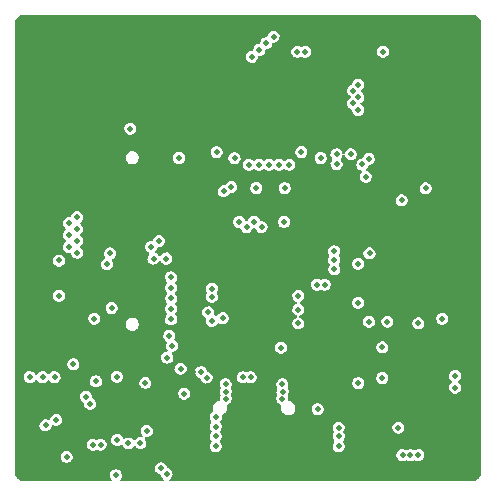
<source format=gbr>
%TF.GenerationSoftware,KiCad,Pcbnew,9.0.4*%
%TF.CreationDate,2025-09-14T02:35:36-04:00*%
%TF.ProjectId,D8X3C_Backpack_V1.0,44385833-435f-4426-9163-6b7061636b5f,rev?*%
%TF.SameCoordinates,Original*%
%TF.FileFunction,Copper,L2,Inr*%
%TF.FilePolarity,Positive*%
%FSLAX46Y46*%
G04 Gerber Fmt 4.6, Leading zero omitted, Abs format (unit mm)*
G04 Created by KiCad (PCBNEW 9.0.4) date 2025-09-14 02:35:36*
%MOMM*%
%LPD*%
G01*
G04 APERTURE LIST*
%TA.AperFunction,ComponentPad*%
%ADD10O,3.000000X3.200000*%
%TD*%
%TA.AperFunction,ComponentPad*%
%ADD11O,1.100000X2.000000*%
%TD*%
%TA.AperFunction,ComponentPad*%
%ADD12O,1.200000X1.800000*%
%TD*%
%TA.AperFunction,ViaPad*%
%ADD13C,0.508000*%
%TD*%
G04 APERTURE END LIST*
D10*
%TO.N,GND*%
%TO.C,*%
X2000000Y-2000000D03*
%TD*%
%TO.N,GND*%
%TO.C,*%
X38000000Y-2000000D03*
%TD*%
%TO.N,GND*%
%TO.C,*%
X2000000Y-38000000D03*
%TD*%
D11*
%TO.N,GND*%
%TO.C,USB1*%
X16185500Y-33036500D03*
D12*
%TO.N,N/C*%
X16185500Y-37236500D03*
D11*
%TO.N,GND*%
X24835500Y-33036500D03*
D12*
%TO.N,N/C*%
X24835500Y-37236500D03*
%TD*%
D10*
%TO.N,GND*%
%TO.C,*%
X38000000Y-38000000D03*
%TD*%
D13*
%TO.N,ACMP*%
X6985000Y-25971500D03*
X13582000Y-28276000D03*
%TO.N,VGND*%
X13335000Y-27430500D03*
%TO.N,KEY4*%
X16954500Y-26173500D03*
X29334000Y-31432500D03*
X13488500Y-26035000D03*
%TO.N,KEY5*%
X31369000Y-28419500D03*
X31802000Y-26225500D03*
X13488500Y-25146000D03*
X16637000Y-25450000D03*
%TO.N,KEY1*%
X13488500Y-24257000D03*
X34414000Y-26384500D03*
X17843500Y-25933000D03*
%TO.N,KEY2*%
X24254000Y-26384500D03*
X16954500Y-24130000D03*
X13488500Y-23368000D03*
%TO.N,KEY3*%
X13488500Y-22479000D03*
X29334000Y-21336000D03*
X16951000Y-23470000D03*
%TO.N,FPGA_IO2*%
X13081000Y-20891500D03*
%TO.N,FPGA_IO1*%
X12001500Y-20891500D03*
%TO.N,FPGA_CLK*%
X23063000Y-17780000D03*
%TO.N,FPGA_VSINC*%
X11811000Y-19900500D03*
%TO.N,FPGA_HSYNC*%
X12446000Y-19400500D03*
%TO.N,FPGA_D13*%
X21145500Y-18224500D03*
%TO.N,FPGA_D12*%
X20510500Y-17780000D03*
%TO.N,FPGA_D11*%
X19883000Y-18224500D03*
%TO.N,FPGA_D10*%
X19240500Y-17780000D03*
%TO.N,FPGA_D9*%
X18577000Y-14824000D03*
%TO.N,FPGA_D8*%
X17933000Y-15176500D03*
%TO.N,FPGA_D0*%
X5524500Y-17399000D03*
%TO.N,FPGA_D1*%
X4826000Y-17889500D03*
%TO.N,FPGA_D2*%
X5524500Y-18389500D03*
%TO.N,FPGA_D3*%
X4826000Y-18889500D03*
%TO.N,FPGA_D4*%
X5524500Y-19367500D03*
%TO.N,FPGA_D5*%
X4826000Y-19889500D03*
%TO.N,FPGA_D6*%
X5524500Y-20389500D03*
%TO.N,FPGA_D7*%
X8323000Y-20460500D03*
%TO.N,FPGA_IO3*%
X8064500Y-21389500D03*
%TO.N,FPGA_TCK*%
X20320000Y-3810000D03*
%TO.N,FPGA_TDO*%
X20942500Y-3238500D03*
%TO.N,FPGA_TDI*%
X21526500Y-2667000D03*
%TO.N,FPGA_TMS*%
X22161500Y-2095500D03*
%TO.N,GND*%
X35918000Y-14242000D03*
X20891500Y-24638000D03*
X6667500Y-34127500D03*
X15811500Y-10160000D03*
X24701500Y-9398000D03*
X8249000Y-32611500D03*
X35918000Y-9162000D03*
X23750000Y-4024000D03*
X1016000Y-35750500D03*
X11811000Y-36512500D03*
X30391000Y-5397500D03*
X13906500Y-39179500D03*
X35918000Y-19322000D03*
X27178000Y-23393000D03*
X16510000Y-31686500D03*
X3238500Y-21056500D03*
X5438000Y-9162000D03*
X20678000Y-34562000D03*
X35918000Y-4082000D03*
X12503500Y-37909500D03*
X30391000Y-4661000D03*
X20383500Y-28638500D03*
X30838000Y-4082000D03*
X35918000Y-24402000D03*
X8763000Y-21922500D03*
X3746500Y-35540000D03*
X6451500Y-30940000D03*
X25844500Y-9334500D03*
X10096500Y-27305000D03*
X19050000Y-23876000D03*
X29718000Y-9334500D03*
X30988000Y-9334500D03*
X25758000Y-34562000D03*
X7493000Y-35941000D03*
X23114000Y-11309500D03*
X25146000Y-23393000D03*
X7302500Y-27738000D03*
X16065500Y-29146500D03*
X9271000Y-24130000D03*
X11430000Y-33438000D03*
X35918000Y-29482000D03*
X30353000Y-10350500D03*
X15811500Y-11303000D03*
X15310000Y-30506000D03*
X9949000Y-34430500D03*
X23114000Y-10096500D03*
X22415500Y-26290500D03*
X25270000Y-4032500D03*
X5905500Y-38989000D03*
X2017000Y-35750500D03*
X11896000Y-31066000D03*
X18934500Y-30030500D03*
X3238500Y-24066500D03*
X21559500Y-25209500D03*
%TO.N,$1N3421*%
X7518000Y-36643500D03*
%TO.N,$1N3429*%
X6858000Y-36639500D03*
%TO.N,3V3*%
X31369000Y-30999500D03*
X7136000Y-31280500D03*
X14287500Y-30226000D03*
X26162000Y-12382500D03*
X30226000Y-12446000D03*
X28702000Y-12065000D03*
X3746500Y-34544000D03*
X1524000Y-30924500D03*
X14160500Y-12382500D03*
X35052000Y-14959500D03*
X30289500Y-20448500D03*
X37539500Y-31813500D03*
X27495500Y-12885500D03*
X29337000Y-24638000D03*
X22796500Y-28431500D03*
X11317000Y-31420500D03*
X27495500Y-12065000D03*
X30237500Y-26225500D03*
X24257000Y-25206000D03*
X18859500Y-12382500D03*
X33020000Y-15960500D03*
X37539500Y-30819000D03*
X25903000Y-33642500D03*
X29692000Y-12928000D03*
X36449000Y-25983000D03*
X10894000Y-36512500D03*
X24257000Y-24066500D03*
%TO.N,$1N4042*%
X3993500Y-24041000D03*
X25843000Y-23101500D03*
%TO.N,$1N4038*%
X26503000Y-23101500D03*
X3993500Y-21056500D03*
%TO.N,$1N5374*%
X9874500Y-36544500D03*
%TO.N,DP_SERIAL*%
X20213500Y-30950000D03*
%TO.N,DN_SERIAL*%
X19553500Y-30951000D03*
%TO.N,DP_ADC*%
X13103500Y-39126500D03*
X16495000Y-30973000D03*
%TO.N,DN_ADC*%
X16028000Y-30506000D03*
X12636500Y-38660000D03*
%TO.N,+5V*%
X20924000Y-12954000D03*
X22640000Y-12954000D03*
X27305000Y-21780500D03*
X22918500Y-31530500D03*
X21782000Y-12954000D03*
X22911000Y-32766000D03*
X22923500Y-32158500D03*
X6286500Y-32575500D03*
X23498000Y-12954000D03*
X18110500Y-31528000D03*
X27305000Y-21001500D03*
X27305000Y-20268000D03*
X33757500Y-37528500D03*
X33083500Y-37528500D03*
X18110000Y-32766000D03*
X20066000Y-12954000D03*
X18110500Y-32156000D03*
X34417000Y-37528500D03*
%TO.N,3V3A*%
X27677500Y-35202000D03*
X13164000Y-29273500D03*
X27677500Y-35958000D03*
X32733000Y-35202000D03*
X8894000Y-30899500D03*
X6626000Y-33169000D03*
X11430000Y-35496500D03*
X8927000Y-36254500D03*
X27677500Y-36772500D03*
%TO.N,$1N5907*%
X17273500Y-35948500D03*
%TO.N,$1N5892*%
X17272000Y-35115500D03*
%TO.N,$1N5759*%
X5207000Y-29845000D03*
%TO.N,$1N5755*%
X3619500Y-30924500D03*
%TO.N,1V2A*%
X8826500Y-39243000D03*
X14592500Y-32327500D03*
%TO.N,$1N5750*%
X2603500Y-30924500D03*
%TO.N,1V2*%
X2857500Y-35014000D03*
X4635500Y-37682000D03*
%TO.N,$1N5608*%
X17272000Y-36766500D03*
%TO.N,$1N5613*%
X17272000Y-34290000D03*
%TO.N,1V8*%
X20701000Y-14922500D03*
%TO.N,$1N7724*%
X10033000Y-9893500D03*
%TO.N,$1N8034*%
X23114000Y-14922500D03*
X29972000Y-13970000D03*
%TO.N,$1N7857*%
X17347000Y-11886000D03*
%TO.N,$1N7939*%
X24522500Y-11874500D03*
%TO.N,$1N9790*%
X31432500Y-3365500D03*
%TO.N,$1N9783*%
X29337000Y-6159500D03*
%TO.N,$1N9780*%
X28892500Y-6667500D03*
%TO.N,$1N9777*%
X29337000Y-7239000D03*
%TO.N,$1N9774*%
X28892500Y-7747000D03*
%TO.N,$1N9771*%
X29337000Y-8318500D03*
%TO.N,$1N9591*%
X24841000Y-3391500D03*
%TO.N,$1N9585*%
X24181000Y-3391500D03*
%TO.N,FPGA_3V3*%
X8445500Y-25082500D03*
%TD*%
%TA.AperFunction,Conductor*%
%TO.N,GND*%
G36*
X39003316Y-258454D02*
G01*
X39087216Y-261194D01*
X39110198Y-264602D01*
X39272268Y-308032D01*
X39296765Y-318179D01*
X39442085Y-402069D01*
X39463132Y-418218D01*
X39581782Y-536868D01*
X39597931Y-557915D01*
X39681821Y-703235D01*
X39691968Y-727732D01*
X39735398Y-889802D01*
X39738806Y-912784D01*
X39741546Y-996684D01*
X39741600Y-1000000D01*
X39741600Y-39000000D01*
X39741546Y-39003316D01*
X39738806Y-39087216D01*
X39735398Y-39110198D01*
X39691968Y-39272268D01*
X39681821Y-39296765D01*
X39597931Y-39442085D01*
X39581782Y-39463132D01*
X39463132Y-39581782D01*
X39442085Y-39597931D01*
X39296765Y-39681821D01*
X39272268Y-39691968D01*
X39110198Y-39735398D01*
X39087216Y-39738806D01*
X39003316Y-39741546D01*
X39000000Y-39741600D01*
X13435000Y-39741600D01*
X13375281Y-39722196D01*
X13338373Y-39671396D01*
X13338373Y-39608604D01*
X13375281Y-39557804D01*
X13378093Y-39555833D01*
X13428823Y-39521532D01*
X13512787Y-39434463D01*
X13573163Y-39331343D01*
X13607561Y-39216911D01*
X13614145Y-39096210D01*
X13604993Y-39038069D01*
X13593141Y-38980046D01*
X13544718Y-38868555D01*
X13472395Y-38772668D01*
X13379618Y-38696395D01*
X13270309Y-38643375D01*
X13210637Y-38628636D01*
X13157313Y-38595478D01*
X13136394Y-38554484D01*
X13119504Y-38486464D01*
X13055677Y-38363625D01*
X12962735Y-38263285D01*
X12846545Y-38191121D01*
X12715395Y-38152287D01*
X12578643Y-38149562D01*
X12446058Y-38183131D01*
X12325595Y-38251444D01*
X12276641Y-38297113D01*
X12230541Y-38345902D01*
X12161350Y-38466387D01*
X12126926Y-38599275D01*
X12128902Y-38736544D01*
X12167121Y-38868395D01*
X12238873Y-38985427D01*
X12339043Y-39079311D01*
X12461983Y-39144136D01*
X12530164Y-39161566D01*
X12583216Y-39195156D01*
X12603531Y-39235218D01*
X12620105Y-39301118D01*
X12682400Y-39419914D01*
X12773987Y-39517819D01*
X12830735Y-39555052D01*
X12870022Y-39604036D01*
X12873013Y-39666757D01*
X12838567Y-39719257D01*
X12779841Y-39741485D01*
X12775000Y-39741600D01*
X9290000Y-39741600D01*
X9230281Y-39722196D01*
X9193373Y-39671396D01*
X9193373Y-39608604D01*
X9210440Y-39576812D01*
X9251503Y-39525109D01*
X9308089Y-39407516D01*
X9333351Y-39280989D01*
X9326337Y-39152149D01*
X9287498Y-39029108D01*
X9219275Y-38919602D01*
X9125948Y-38830503D01*
X9013391Y-38767427D01*
X8887253Y-38733955D01*
X8824391Y-38731646D01*
X8761169Y-38733214D01*
X8634072Y-38765575D01*
X8520551Y-38828120D01*
X8426392Y-38917215D01*
X8357679Y-39027115D01*
X8318809Y-39150757D01*
X8312294Y-39280213D01*
X8338537Y-39407145D01*
X8396374Y-39524441D01*
X8438369Y-39575341D01*
X8461408Y-39633754D01*
X8445712Y-39694553D01*
X8397277Y-39734514D01*
X8360000Y-39741600D01*
X1000000Y-39741600D01*
X996684Y-39741546D01*
X912784Y-39738806D01*
X889802Y-39735398D01*
X727732Y-39691968D01*
X703235Y-39681821D01*
X557915Y-39597931D01*
X536868Y-39581782D01*
X418218Y-39463132D01*
X402069Y-39442085D01*
X318179Y-39296765D01*
X308032Y-39272268D01*
X264602Y-39110198D01*
X261194Y-39087216D01*
X258454Y-39003316D01*
X258400Y-39000000D01*
X258400Y-37679449D01*
X4126647Y-37679449D01*
X4129027Y-37744704D01*
X4164452Y-37875147D01*
X4231508Y-37990566D01*
X4326092Y-38084766D01*
X4441785Y-38151347D01*
X4570751Y-38185810D01*
X4704249Y-38185810D01*
X4833214Y-38151347D01*
X4948907Y-38084766D01*
X5043491Y-37990566D01*
X5110547Y-37875147D01*
X5145972Y-37744704D01*
X5148352Y-37679449D01*
X5146660Y-37613950D01*
X5124509Y-37530148D01*
X32571644Y-37530148D01*
X32573556Y-37597744D01*
X32610211Y-37732335D01*
X32680660Y-37850749D01*
X32780206Y-37945999D01*
X32901609Y-38011138D01*
X33036017Y-38041432D01*
X33173636Y-38034671D01*
X33306307Y-37990712D01*
X33366706Y-37953500D01*
X33427728Y-37938694D01*
X33472449Y-37952985D01*
X33536891Y-37991828D01*
X33679095Y-38034664D01*
X33825774Y-38035689D01*
X33968808Y-37994778D01*
X34034188Y-37957019D01*
X34095606Y-37943955D01*
X34136788Y-37957590D01*
X34197098Y-37993321D01*
X34329395Y-38034256D01*
X34466181Y-38038860D01*
X34599364Y-38007314D01*
X34719539Y-37941821D01*
X34818240Y-37847007D01*
X34888514Y-37729556D01*
X34925824Y-37596198D01*
X34928343Y-37529554D01*
X34926394Y-37462634D01*
X34889942Y-37328558D01*
X34820056Y-37210418D01*
X34721306Y-37115068D01*
X34600784Y-37049357D01*
X34467147Y-37018010D01*
X34329971Y-37023260D01*
X34197765Y-37065177D01*
X34137958Y-37101706D01*
X34076880Y-37116275D01*
X34033530Y-37102598D01*
X33968642Y-37064471D01*
X33825926Y-37022990D01*
X33679074Y-37022990D01*
X33536357Y-37064471D01*
X33471470Y-37102598D01*
X33410152Y-37116122D01*
X33367442Y-37101949D01*
X33307013Y-37065422D01*
X33174074Y-37023177D01*
X33036361Y-37017722D01*
X32902115Y-37048944D01*
X32780941Y-37114623D01*
X32681503Y-37210049D01*
X32610893Y-37328414D01*
X32573749Y-37462734D01*
X32571644Y-37530148D01*
X5124509Y-37530148D01*
X5111959Y-37482666D01*
X5045159Y-37366235D01*
X4950425Y-37271118D01*
X4834266Y-37203841D01*
X4704618Y-37169010D01*
X4570382Y-37169010D01*
X4440733Y-37203841D01*
X4324574Y-37271118D01*
X4229840Y-37366235D01*
X4163040Y-37482666D01*
X4128339Y-37613950D01*
X4126647Y-37679449D01*
X258400Y-37679449D01*
X258400Y-36636378D01*
X6346644Y-36636378D01*
X6347912Y-36703339D01*
X6383055Y-36837588D01*
X6451859Y-36956141D01*
X6549788Y-37052072D01*
X6669736Y-37118431D01*
X6803037Y-37150416D01*
X6940038Y-37145713D01*
X7072418Y-37104154D01*
X7132631Y-37067936D01*
X7193807Y-37053782D01*
X7238033Y-37068339D01*
X7297651Y-37104823D01*
X7428984Y-37147353D01*
X7565255Y-37153524D01*
X7698276Y-37123396D01*
X7818581Y-37059112D01*
X7917576Y-36965273D01*
X7988193Y-36848579D01*
X8025808Y-36715851D01*
X8028344Y-36649508D01*
X8026442Y-36582821D01*
X7990391Y-36449082D01*
X7921258Y-36330917D01*
X7885032Y-36295405D01*
X8414788Y-36295405D01*
X8441043Y-36421328D01*
X8497761Y-36536772D01*
X8581398Y-36634491D01*
X8686689Y-36708359D01*
X8807044Y-36753738D01*
X8934901Y-36767786D01*
X9062237Y-36749611D01*
X9182609Y-36699720D01*
X9236668Y-36661814D01*
X9296704Y-36643414D01*
X9356089Y-36663817D01*
X9390154Y-36709388D01*
X9413176Y-36770903D01*
X9484436Y-36879411D01*
X9579386Y-36965755D01*
X9692840Y-37025727D01*
X9817663Y-37055543D01*
X9945979Y-37053336D01*
X10069703Y-37019237D01*
X10181035Y-36955398D01*
X10274015Y-36864803D01*
X10309768Y-36809700D01*
X10358551Y-36770163D01*
X10421256Y-36766851D01*
X10473932Y-36801029D01*
X10476515Y-36804355D01*
X10518837Y-36861241D01*
X10627044Y-36950260D01*
X10753819Y-37006074D01*
X10890953Y-37025531D01*
X11028245Y-37007180D01*
X11157082Y-36951696D01*
X11211759Y-36910439D01*
X11264098Y-36866622D01*
X11346734Y-36753597D01*
X11360175Y-36717661D01*
X16759902Y-36717661D01*
X16764464Y-36848660D01*
X16801964Y-36974272D01*
X16869963Y-37086342D01*
X16964075Y-37177602D01*
X17078177Y-37242134D01*
X17206380Y-37276154D01*
X17270285Y-37278349D01*
X17334002Y-37276528D01*
X17461995Y-37243345D01*
X17576115Y-37179662D01*
X17670443Y-37089234D01*
X17738875Y-36977905D01*
X17776971Y-36852905D01*
X17782264Y-36722343D01*
X17754413Y-36594665D01*
X17694377Y-36476513D01*
X17651604Y-36424626D01*
X17628590Y-36366204D01*
X17644311Y-36305411D01*
X17652541Y-36294253D01*
X17694621Y-36244676D01*
X17754552Y-36131066D01*
X17784304Y-36007724D01*
X17783899Y-35974005D01*
X27162270Y-35974005D01*
X27186754Y-36114266D01*
X27250071Y-36243634D01*
X27297336Y-36299108D01*
X27321296Y-36357150D01*
X27306565Y-36418189D01*
X27297382Y-36430838D01*
X27253984Y-36481845D01*
X27193011Y-36599256D01*
X27164202Y-36726752D01*
X27168716Y-36857387D01*
X27206245Y-36982593D01*
X27274342Y-37094167D01*
X27368539Y-37184791D01*
X27482656Y-37248533D01*
X27610785Y-37281611D01*
X27674631Y-37283352D01*
X27738239Y-37281163D01*
X27865811Y-37247399D01*
X27979480Y-37183428D01*
X28073458Y-37092954D01*
X28141699Y-36981797D01*
X28179828Y-36857057D01*
X28185417Y-36726739D01*
X28158097Y-36599181D01*
X28098911Y-36481156D01*
X28056476Y-36429471D01*
X28033578Y-36371003D01*
X28049419Y-36310242D01*
X28056437Y-36300577D01*
X28102644Y-36244227D01*
X28164476Y-36114125D01*
X28188479Y-35973726D01*
X28173541Y-35832074D01*
X28120248Y-35698432D01*
X28077662Y-35639523D01*
X28058400Y-35579758D01*
X28077947Y-35520085D01*
X28078461Y-35519387D01*
X28117440Y-35466950D01*
X28170051Y-35349145D01*
X28191592Y-35223556D01*
X28189739Y-35200550D01*
X32221647Y-35200550D01*
X32223339Y-35266049D01*
X32258040Y-35397333D01*
X32324840Y-35513764D01*
X32419574Y-35608881D01*
X32535733Y-35676158D01*
X32665382Y-35710990D01*
X32799618Y-35710990D01*
X32929266Y-35676158D01*
X33045425Y-35608881D01*
X33140159Y-35513764D01*
X33206959Y-35397333D01*
X33241660Y-35266049D01*
X33243352Y-35200550D01*
X33240972Y-35135295D01*
X33205547Y-35004852D01*
X33138491Y-34889433D01*
X33043907Y-34795233D01*
X32928214Y-34728652D01*
X32799249Y-34694190D01*
X32665751Y-34694190D01*
X32536785Y-34728652D01*
X32421092Y-34795233D01*
X32326508Y-34889433D01*
X32259452Y-35004852D01*
X32224027Y-35135295D01*
X32221647Y-35200550D01*
X28189739Y-35200550D01*
X28181363Y-35096536D01*
X28140021Y-34976010D01*
X28070118Y-34869464D01*
X27976019Y-34783553D01*
X27863576Y-34723591D01*
X27738219Y-34692961D01*
X27675546Y-34691634D01*
X27613258Y-34693623D01*
X27488839Y-34725385D01*
X27377434Y-34786008D01*
X27284337Y-34872172D01*
X27215275Y-34978570D01*
X27174492Y-35098668D01*
X27164483Y-35225115D01*
X27185859Y-35350147D01*
X27237875Y-35467354D01*
X27276550Y-35519401D01*
X27296594Y-35578909D01*
X27277833Y-35638833D01*
X27276500Y-35640666D01*
X27232901Y-35699237D01*
X27177842Y-35832470D01*
X27162270Y-35974005D01*
X17783899Y-35974005D01*
X17782779Y-35880849D01*
X17750069Y-35758266D01*
X17687431Y-35646145D01*
X17644161Y-35597609D01*
X17618905Y-35540120D01*
X17632264Y-35478765D01*
X17643293Y-35463377D01*
X17685593Y-35414673D01*
X17746498Y-35302750D01*
X17777917Y-35180808D01*
X17778676Y-35054898D01*
X17748725Y-34932595D01*
X17689140Y-34819905D01*
X17647443Y-34770631D01*
X17623678Y-34712509D01*
X17638615Y-34651519D01*
X17647854Y-34638886D01*
X17697043Y-34581487D01*
X17762291Y-34447168D01*
X17786322Y-34300004D01*
X17778895Y-34225014D01*
X17792318Y-34163674D01*
X17839233Y-34121938D01*
X17839880Y-34121657D01*
X17910665Y-34091232D01*
X18034436Y-34002174D01*
X18131616Y-33886674D01*
X18197524Y-33750883D01*
X18228127Y-33603078D01*
X18221501Y-33450595D01*
X18201774Y-33375965D01*
X18205271Y-33313271D01*
X18244952Y-33264605D01*
X18266085Y-33254228D01*
X18329000Y-33231948D01*
X18440302Y-33161264D01*
X18528991Y-33065855D01*
X18590637Y-32951083D01*
X18621218Y-32824451D01*
X18621104Y-32818462D01*
X22400620Y-32818462D01*
X22431030Y-32946771D01*
X22493079Y-33063123D01*
X22582672Y-33159862D01*
X22695390Y-33231558D01*
X22759148Y-33254311D01*
X22808871Y-33292657D01*
X22826558Y-33352907D01*
X22823186Y-33376118D01*
X22803930Y-33448504D01*
X22796669Y-33596516D01*
X22824610Y-33740508D01*
X22886056Y-33873678D01*
X22977478Y-33988362D01*
X23093596Y-34077955D01*
X23227729Y-34137295D01*
X23372135Y-34162947D01*
X23518489Y-34153440D01*
X23659687Y-34108896D01*
X23721994Y-34073272D01*
X23782551Y-34033789D01*
X23887085Y-33927639D01*
X23962159Y-33800654D01*
X24004366Y-33659307D01*
X24005237Y-33640550D01*
X25391647Y-33640550D01*
X25393339Y-33706049D01*
X25428040Y-33837333D01*
X25494840Y-33953764D01*
X25589574Y-34048881D01*
X25705733Y-34116158D01*
X25835382Y-34150990D01*
X25969618Y-34150990D01*
X26099266Y-34116158D01*
X26215425Y-34048881D01*
X26310159Y-33953764D01*
X26376959Y-33837333D01*
X26411660Y-33706049D01*
X26413352Y-33640550D01*
X26410972Y-33575295D01*
X26375547Y-33444852D01*
X26308491Y-33329433D01*
X26213907Y-33235233D01*
X26098214Y-33168652D01*
X25969249Y-33134190D01*
X25835751Y-33134190D01*
X25706785Y-33168652D01*
X25591092Y-33235233D01*
X25496508Y-33329433D01*
X25429452Y-33444852D01*
X25394027Y-33575295D01*
X25391647Y-33640550D01*
X24005237Y-33640550D01*
X24011211Y-33511946D01*
X23982284Y-33367301D01*
X23919290Y-33233903D01*
X23825976Y-33119660D01*
X23707839Y-33031317D01*
X23570561Y-32973541D01*
X23496597Y-32959919D01*
X23441381Y-32930020D01*
X23414284Y-32873375D01*
X23414234Y-32847006D01*
X23421487Y-32790756D01*
X23414768Y-32678930D01*
X23384404Y-32571106D01*
X23359086Y-32520357D01*
X23349789Y-32458257D01*
X23361396Y-32425281D01*
X23396285Y-32363104D01*
X23433521Y-32227244D01*
X23432424Y-32088003D01*
X23393027Y-31952728D01*
X23357173Y-31891078D01*
X23343924Y-31829699D01*
X23355977Y-31791037D01*
X23389111Y-31730792D01*
X23425262Y-31599819D01*
X23425979Y-31465530D01*
X23418043Y-31435550D01*
X28821647Y-31435550D01*
X28823339Y-31501049D01*
X28858040Y-31632333D01*
X28924840Y-31748764D01*
X29019574Y-31843881D01*
X29135733Y-31911158D01*
X29265382Y-31945990D01*
X29399618Y-31945990D01*
X29529266Y-31911158D01*
X29645425Y-31843881D01*
X29709717Y-31779329D01*
X37024306Y-31779329D01*
X37032139Y-31908257D01*
X37072001Y-32031111D01*
X37141354Y-32140085D01*
X37235779Y-32228219D01*
X37349256Y-32289903D01*
X37476315Y-32321655D01*
X37539727Y-32323356D01*
X37602502Y-32321346D01*
X37728346Y-32288552D01*
X37840748Y-32226185D01*
X37934101Y-32137783D01*
X38002494Y-32028938D01*
X38041630Y-31906480D01*
X38049047Y-31778137D01*
X38024271Y-31651992D01*
X37968867Y-31535982D01*
X37885053Y-31435914D01*
X37832684Y-31395245D01*
X37797418Y-31343291D01*
X37799426Y-31280531D01*
X37832841Y-31234633D01*
X37884891Y-31194375D01*
X37967886Y-31094405D01*
X38022818Y-30978429D01*
X38047262Y-30852448D01*
X38039701Y-30724342D01*
X38000607Y-30602108D01*
X37932428Y-30493396D01*
X37839411Y-30404989D01*
X37727372Y-30342412D01*
X37601727Y-30309152D01*
X37539261Y-30306652D01*
X37476599Y-30308263D01*
X37350091Y-30340402D01*
X37236918Y-30402349D01*
X37142773Y-30490576D01*
X37073598Y-30599489D01*
X37033783Y-30722219D01*
X37025830Y-30851007D01*
X37050238Y-30977693D01*
X37105486Y-31094299D01*
X37188802Y-31194328D01*
X37241231Y-31233924D01*
X37277192Y-31285398D01*
X37276029Y-31348180D01*
X37241376Y-31395966D01*
X37188678Y-31435913D01*
X37104649Y-31535984D01*
X37049004Y-31652549D01*
X37024306Y-31779329D01*
X29709717Y-31779329D01*
X29740159Y-31748764D01*
X29806959Y-31632333D01*
X29841660Y-31501049D01*
X29843352Y-31435550D01*
X29840972Y-31370295D01*
X29805547Y-31239852D01*
X29738491Y-31124433D01*
X29643907Y-31030233D01*
X29592329Y-31000550D01*
X30856647Y-31000550D01*
X30858339Y-31066049D01*
X30893040Y-31197333D01*
X30959840Y-31313764D01*
X31054574Y-31408881D01*
X31170733Y-31476158D01*
X31300382Y-31510990D01*
X31434618Y-31510990D01*
X31564266Y-31476158D01*
X31680425Y-31408881D01*
X31775159Y-31313764D01*
X31841959Y-31197333D01*
X31876660Y-31066049D01*
X31878352Y-31000550D01*
X31875972Y-30935295D01*
X31840547Y-30804852D01*
X31773491Y-30689433D01*
X31678907Y-30595233D01*
X31563214Y-30528652D01*
X31434249Y-30494190D01*
X31300751Y-30494190D01*
X31171785Y-30528652D01*
X31056092Y-30595233D01*
X30961508Y-30689433D01*
X30894452Y-30804852D01*
X30859027Y-30935295D01*
X30856647Y-31000550D01*
X29592329Y-31000550D01*
X29528214Y-30963652D01*
X29399249Y-30929190D01*
X29265751Y-30929190D01*
X29136785Y-30963652D01*
X29021092Y-31030233D01*
X28926508Y-31124433D01*
X28859452Y-31239852D01*
X28824027Y-31370295D01*
X28821647Y-31435550D01*
X23418043Y-31435550D01*
X23391615Y-31335711D01*
X23324560Y-31219361D01*
X23229466Y-31124542D01*
X23112915Y-31057828D01*
X22981272Y-31023385D01*
X22915821Y-31021657D01*
X22850513Y-31024450D01*
X22719446Y-31061429D01*
X22603748Y-31130297D01*
X22509830Y-31226785D01*
X22444107Y-31344301D01*
X22411057Y-31474832D01*
X22412942Y-31609465D01*
X22450007Y-31740355D01*
X22483623Y-31800315D01*
X22495901Y-31861895D01*
X22484148Y-31898736D01*
X22451986Y-31957565D01*
X22416154Y-32085046D01*
X22413947Y-32215874D01*
X22445431Y-32344394D01*
X22475656Y-32404129D01*
X22485304Y-32466176D01*
X22473776Y-32499410D01*
X22440921Y-32558441D01*
X22403839Y-32686640D01*
X22400620Y-32818462D01*
X18621104Y-32818462D01*
X18618729Y-32694210D01*
X18582906Y-32567315D01*
X18550871Y-32508771D01*
X18539226Y-32447068D01*
X18550376Y-32412144D01*
X18583118Y-32350824D01*
X18617999Y-32217967D01*
X18616956Y-32082202D01*
X18580089Y-31950060D01*
X18546292Y-31889532D01*
X18534119Y-31827931D01*
X18545644Y-31791647D01*
X18578377Y-31731154D01*
X18614243Y-31600157D01*
X18615060Y-31466026D01*
X18581206Y-31336220D01*
X18514990Y-31219570D01*
X18420894Y-31123972D01*
X18305293Y-31055912D01*
X18174338Y-31019540D01*
X18109078Y-31016658D01*
X18043641Y-31018356D01*
X17911857Y-31053400D01*
X17795224Y-31120918D01*
X17700331Y-31216611D01*
X17633784Y-31333815D01*
X17600240Y-31464342D01*
X17602031Y-31599099D01*
X17639409Y-31730021D01*
X17673364Y-31789856D01*
X17685962Y-31851372D01*
X17673674Y-31889593D01*
X17639765Y-31950222D01*
X17602551Y-32082295D01*
X17601502Y-32217885D01*
X17636707Y-32350668D01*
X17669569Y-32412042D01*
X17680652Y-32473848D01*
X17669524Y-32508042D01*
X17641506Y-32560251D01*
X17607261Y-32672162D01*
X17598611Y-32788838D01*
X17605840Y-32847595D01*
X17593873Y-32909236D01*
X17547959Y-32952071D01*
X17524849Y-32959642D01*
X17450764Y-32974399D01*
X17313694Y-33034238D01*
X17196219Y-33124427D01*
X17103924Y-33240256D01*
X17042228Y-33374902D01*
X17014780Y-33520442D01*
X17023278Y-33670170D01*
X17043086Y-33743509D01*
X17039924Y-33806221D01*
X17001251Y-33854607D01*
X16946532Y-33890986D01*
X16856930Y-33985014D01*
X16794253Y-34097091D01*
X16761438Y-34221230D01*
X16760537Y-34349641D01*
X16791613Y-34474225D01*
X16853491Y-34588630D01*
X16896701Y-34638370D01*
X16921216Y-34696178D01*
X16907071Y-34757357D01*
X16897343Y-34770884D01*
X16855203Y-34820353D01*
X16794990Y-34933747D01*
X16764703Y-35056929D01*
X16765462Y-35183783D01*
X16797225Y-35306598D01*
X16858777Y-35419237D01*
X16901514Y-35468156D01*
X16926191Y-35525895D01*
X16912217Y-35587113D01*
X16901674Y-35601661D01*
X16859685Y-35649956D01*
X16799037Y-35760934D01*
X16767359Y-35881869D01*
X16765824Y-36006861D01*
X16794533Y-36128522D01*
X16852440Y-36240922D01*
X16893248Y-36290193D01*
X16916396Y-36348563D01*
X16900814Y-36409391D01*
X16892641Y-36420532D01*
X16849339Y-36471834D01*
X16788577Y-36589737D01*
X16759902Y-36717661D01*
X11360175Y-36717661D01*
X11395223Y-36623954D01*
X11406912Y-36486041D01*
X11380937Y-36350082D01*
X11318517Y-36224779D01*
X11272621Y-36170841D01*
X11248699Y-36112785D01*
X11263470Y-36051755D01*
X11311292Y-36011062D01*
X11360605Y-36003955D01*
X11426780Y-36010900D01*
X11557316Y-35995180D01*
X11678289Y-35947705D01*
X11783436Y-35871347D01*
X11866010Y-35771003D01*
X11920704Y-35653123D01*
X11944009Y-35525277D01*
X11934424Y-35395689D01*
X11892566Y-35272665D01*
X11821118Y-35164109D01*
X11723640Y-35076067D01*
X11667935Y-35045080D01*
X11610844Y-35017120D01*
X11483471Y-34987100D01*
X11354169Y-34989949D01*
X11229701Y-35025128D01*
X11118042Y-35090394D01*
X11026302Y-35181576D01*
X10960364Y-35292831D01*
X10924425Y-35417087D01*
X10920784Y-35546378D01*
X10949687Y-35672440D01*
X11010072Y-35788775D01*
X11052805Y-35839663D01*
X11076350Y-35897874D01*
X11061182Y-35958807D01*
X11013096Y-35999187D01*
X10964837Y-36006090D01*
X10890170Y-35998583D01*
X10743687Y-36021457D01*
X10611300Y-36084300D01*
X10501051Y-36183255D01*
X10459879Y-36245840D01*
X10410847Y-36285066D01*
X10348122Y-36287980D01*
X10295664Y-36253469D01*
X10294066Y-36251419D01*
X10251742Y-36195648D01*
X10144771Y-36107943D01*
X10019972Y-36052132D01*
X9884882Y-36031123D01*
X9749040Y-36046401D01*
X9620710Y-36097400D01*
X9563866Y-36137809D01*
X9503950Y-36156595D01*
X9444434Y-36136574D01*
X9409892Y-36090736D01*
X9386747Y-36029139D01*
X9315237Y-35920500D01*
X9220041Y-35834073D01*
X9106330Y-35774041D01*
X8981263Y-35744185D01*
X8852700Y-35746394D01*
X8728720Y-35780510D01*
X8617139Y-35844407D01*
X8524960Y-35934052D01*
X8457246Y-36045024D01*
X8437259Y-36104530D01*
X8420722Y-36165314D01*
X8414788Y-36295405D01*
X7885032Y-36295405D01*
X7823505Y-36235091D01*
X7703982Y-36168329D01*
X7571118Y-36135343D01*
X7434257Y-36138455D01*
X7301511Y-36177882D01*
X7240859Y-36212954D01*
X7179448Y-36226051D01*
X7138174Y-36212388D01*
X7078127Y-36176776D01*
X6946379Y-36135870D01*
X6810118Y-36130999D01*
X6677345Y-36162028D01*
X6557358Y-36226788D01*
X6458555Y-36320744D01*
X6387838Y-36437323D01*
X6349711Y-36569925D01*
X6346644Y-36636378D01*
X258400Y-36636378D01*
X258400Y-35068576D01*
X2348288Y-35068576D01*
X2377697Y-35196167D01*
X2404989Y-35252709D01*
X2436050Y-35307201D01*
X2524425Y-35403690D01*
X2632847Y-35474234D01*
X2755453Y-35515447D01*
X2884473Y-35524736D01*
X3011716Y-35501498D01*
X3129119Y-35447220D01*
X3229243Y-35365330D01*
X3305734Y-35261015D01*
X3354307Y-35139520D01*
X3364647Y-35074132D01*
X3393140Y-35018176D01*
X3449081Y-34989655D01*
X3508617Y-34998239D01*
X3568449Y-35026679D01*
X3696217Y-35055311D01*
X3825607Y-35051200D01*
X3949869Y-35014928D01*
X4061152Y-34948799D01*
X4152399Y-34856992D01*
X4217863Y-34745315D01*
X4253375Y-34620829D01*
X4256711Y-34491423D01*
X4227302Y-34363832D01*
X4199770Y-34306794D01*
X4168862Y-34251167D01*
X4080947Y-34153338D01*
X3972517Y-34081682D01*
X3849515Y-34039684D01*
X3719909Y-34030045D01*
X3592043Y-34053399D01*
X3474210Y-34108216D01*
X3373993Y-34190988D01*
X3297880Y-34296334D01*
X3250224Y-34418940D01*
X3240514Y-34484817D01*
X3212608Y-34541067D01*
X3156969Y-34570173D01*
X3096383Y-34561761D01*
X3036550Y-34533320D01*
X2908782Y-34504688D01*
X2779392Y-34508799D01*
X2655130Y-34545071D01*
X2543847Y-34611200D01*
X2452600Y-34703007D01*
X2387136Y-34814684D01*
X2351624Y-34939170D01*
X2348288Y-35068576D01*
X258400Y-35068576D01*
X258400Y-32523085D01*
X5775934Y-32523085D01*
X5780409Y-32661077D01*
X5821521Y-32792862D01*
X5896295Y-32908924D01*
X6000614Y-33001993D01*
X6063022Y-33035466D01*
X6106478Y-33080792D01*
X6116517Y-33129113D01*
X6113648Y-33199930D01*
X6141069Y-33337169D01*
X6203431Y-33460544D01*
X6296523Y-33562733D01*
X6413565Y-33636293D01*
X6546020Y-33675868D01*
X6684228Y-33678559D01*
X6819681Y-33643775D01*
X6879176Y-33611963D01*
X6936459Y-33576354D01*
X7034487Y-33476748D01*
X7101579Y-33356091D01*
X7134065Y-33221914D01*
X7129590Y-33083922D01*
X7088478Y-32952137D01*
X7013704Y-32836075D01*
X6909385Y-32743006D01*
X6846978Y-32709534D01*
X6803522Y-32664208D01*
X6793483Y-32615887D01*
X6796351Y-32545069D01*
X6768930Y-32407830D01*
X6729868Y-32330550D01*
X14081647Y-32330550D01*
X14083339Y-32396049D01*
X14118040Y-32527333D01*
X14184840Y-32643764D01*
X14279574Y-32738881D01*
X14395733Y-32806158D01*
X14525382Y-32840990D01*
X14659618Y-32840990D01*
X14789266Y-32806158D01*
X14905425Y-32738881D01*
X15000159Y-32643764D01*
X15066959Y-32527333D01*
X15101660Y-32396049D01*
X15103352Y-32330550D01*
X15100972Y-32265295D01*
X15065547Y-32134852D01*
X14998491Y-32019433D01*
X14903907Y-31925233D01*
X14788214Y-31858652D01*
X14659249Y-31824190D01*
X14525751Y-31824190D01*
X14396785Y-31858652D01*
X14281092Y-31925233D01*
X14186508Y-32019433D01*
X14119452Y-32134852D01*
X14084027Y-32265295D01*
X14081647Y-32330550D01*
X6729868Y-32330550D01*
X6706568Y-32284455D01*
X6613476Y-32182266D01*
X6496434Y-32108706D01*
X6363979Y-32069131D01*
X6225771Y-32066440D01*
X6090318Y-32101224D01*
X6030823Y-32133036D01*
X5973540Y-32168645D01*
X5875512Y-32268251D01*
X5808420Y-32388908D01*
X5775934Y-32523085D01*
X258400Y-32523085D01*
X258400Y-30925204D01*
X1011649Y-30925204D01*
X1013595Y-30991620D01*
X1049439Y-31124441D01*
X1118046Y-31241839D01*
X1215038Y-31337138D01*
X1333620Y-31403670D01*
X1465504Y-31436787D01*
X1601455Y-31434160D01*
X1731959Y-31395984D01*
X1847883Y-31324915D01*
X1942219Y-31224784D01*
X1976895Y-31164403D01*
X2023461Y-31122279D01*
X2085894Y-31115572D01*
X2140346Y-31146842D01*
X2153159Y-31164497D01*
X2186591Y-31222856D01*
X2276857Y-31320276D01*
X2387665Y-31390513D01*
X2512749Y-31430077D01*
X2643800Y-31436354D01*
X2772082Y-31408920D01*
X2889095Y-31349584D01*
X2988233Y-31261263D01*
X3027025Y-31206368D01*
X3077335Y-31168794D01*
X3140122Y-31167968D01*
X3191403Y-31204205D01*
X3192925Y-31206298D01*
X3231547Y-31260856D01*
X3330006Y-31348837D01*
X3446136Y-31408306D01*
X3573540Y-31436429D01*
X3703919Y-31431372D01*
X3828763Y-31393470D01*
X3939947Y-31325195D01*
X3983780Y-31279449D01*
X6626647Y-31279449D01*
X6629027Y-31344704D01*
X6664452Y-31475147D01*
X6731508Y-31590566D01*
X6826092Y-31684766D01*
X6941785Y-31751347D01*
X7070751Y-31785810D01*
X7204249Y-31785810D01*
X7333214Y-31751347D01*
X7448907Y-31684766D01*
X7543491Y-31590566D01*
X7610547Y-31475147D01*
X7625673Y-31419449D01*
X10806647Y-31419449D01*
X10809027Y-31484704D01*
X10844452Y-31615147D01*
X10911508Y-31730566D01*
X11006092Y-31824766D01*
X11121785Y-31891347D01*
X11250751Y-31925810D01*
X11384249Y-31925810D01*
X11513214Y-31891347D01*
X11628907Y-31824766D01*
X11723491Y-31730566D01*
X11790547Y-31615147D01*
X11825972Y-31484704D01*
X11828352Y-31419449D01*
X11826660Y-31353950D01*
X11791959Y-31222666D01*
X11725159Y-31106235D01*
X11630425Y-31011118D01*
X11514266Y-30943841D01*
X11384618Y-30909010D01*
X11250382Y-30909010D01*
X11120733Y-30943841D01*
X11004574Y-31011118D01*
X10909840Y-31106235D01*
X10843040Y-31222666D01*
X10808339Y-31353950D01*
X10806647Y-31419449D01*
X7625673Y-31419449D01*
X7645972Y-31344704D01*
X7648352Y-31279449D01*
X7646660Y-31213950D01*
X7611959Y-31082666D01*
X7545159Y-30966235D01*
X7479738Y-30900550D01*
X8381647Y-30900550D01*
X8383339Y-30966049D01*
X8418040Y-31097333D01*
X8484840Y-31213764D01*
X8579574Y-31308881D01*
X8695733Y-31376158D01*
X8825382Y-31410990D01*
X8959618Y-31410990D01*
X9089266Y-31376158D01*
X9205425Y-31308881D01*
X9300159Y-31213764D01*
X9366959Y-31097333D01*
X9401660Y-30966049D01*
X9403352Y-30900550D01*
X9400972Y-30835295D01*
X9365547Y-30704852D01*
X9298491Y-30589433D01*
X9203907Y-30495233D01*
X9088214Y-30428652D01*
X8959249Y-30394190D01*
X8825751Y-30394190D01*
X8696785Y-30428652D01*
X8581092Y-30495233D01*
X8486508Y-30589433D01*
X8419452Y-30704852D01*
X8384027Y-30835295D01*
X8381647Y-30900550D01*
X7479738Y-30900550D01*
X7450425Y-30871118D01*
X7334266Y-30803841D01*
X7204618Y-30769010D01*
X7070382Y-30769010D01*
X6940733Y-30803841D01*
X6824574Y-30871118D01*
X6729840Y-30966235D01*
X6663040Y-31082666D01*
X6628339Y-31213950D01*
X6626647Y-31279449D01*
X3983780Y-31279449D01*
X4030217Y-31230985D01*
X4093691Y-31116999D01*
X4126627Y-30989098D01*
X4128355Y-30925272D01*
X4126294Y-30861669D01*
X4092800Y-30734323D01*
X4029054Y-30620856D01*
X3938777Y-30527121D01*
X3827788Y-30459159D01*
X3703253Y-30421348D01*
X3573213Y-30416139D01*
X3446055Y-30443866D01*
X3329991Y-30502736D01*
X3231382Y-30589948D01*
X3192631Y-30644115D01*
X3142103Y-30681395D01*
X3079313Y-30681855D01*
X3028244Y-30645319D01*
X3027714Y-30644595D01*
X2988413Y-30590331D01*
X2888791Y-30503169D01*
X2771778Y-30444724D01*
X2643792Y-30417748D01*
X2513134Y-30424009D01*
X2388304Y-30463082D01*
X2277399Y-30532439D01*
X2186549Y-30628723D01*
X2152584Y-30686494D01*
X2105589Y-30728140D01*
X2043091Y-30734210D01*
X1988961Y-30702385D01*
X1977097Y-30685947D01*
X1942258Y-30625837D01*
X1847768Y-30526226D01*
X1731874Y-30455599D01*
X1601555Y-30417713D01*
X1465863Y-30415212D01*
X1334237Y-30448260D01*
X1215820Y-30514565D01*
X1118857Y-30609519D01*
X1050072Y-30726513D01*
X1013840Y-30858933D01*
X1011649Y-30925204D01*
X258400Y-30925204D01*
X258400Y-29844449D01*
X4696647Y-29844449D01*
X4699027Y-29909704D01*
X4734452Y-30040147D01*
X4801508Y-30155566D01*
X4896092Y-30249766D01*
X5011785Y-30316347D01*
X5140751Y-30350810D01*
X5274249Y-30350810D01*
X5403214Y-30316347D01*
X5518907Y-30249766D01*
X5543222Y-30225550D01*
X13776647Y-30225550D01*
X13778339Y-30291049D01*
X13813040Y-30422333D01*
X13879840Y-30538764D01*
X13974574Y-30633881D01*
X14090733Y-30701158D01*
X14220382Y-30735990D01*
X14354618Y-30735990D01*
X14484266Y-30701158D01*
X14600425Y-30633881D01*
X14695159Y-30538764D01*
X14747613Y-30447338D01*
X15521742Y-30447338D01*
X15524253Y-30583485D01*
X15562316Y-30714222D01*
X15633282Y-30830445D01*
X15732188Y-30924037D01*
X15853394Y-30989137D01*
X15920659Y-31006694D01*
X15973542Y-31040551D01*
X15993603Y-31080503D01*
X16010599Y-31148915D01*
X16074920Y-31272370D01*
X16168637Y-31373011D01*
X16285764Y-31445066D01*
X16417851Y-31483341D01*
X16555371Y-31485074D01*
X16688376Y-31450142D01*
X16808809Y-31380162D01*
X16857565Y-31333682D01*
X16902858Y-31284675D01*
X16970446Y-31164163D01*
X17003540Y-31031670D01*
X17001789Y-30950445D01*
X19041656Y-30950445D01*
X19043605Y-31017365D01*
X19080057Y-31151441D01*
X19149943Y-31269581D01*
X19248693Y-31364931D01*
X19369215Y-31430642D01*
X19502852Y-31461989D01*
X19640028Y-31456739D01*
X19772234Y-31414822D01*
X19832042Y-31378294D01*
X19893120Y-31363725D01*
X19937187Y-31377827D01*
X19997194Y-31413751D01*
X20129005Y-31455024D01*
X20265385Y-31459821D01*
X20398161Y-31428311D01*
X20517840Y-31362742D01*
X20615867Y-31267797D01*
X20685225Y-31150274D01*
X20721396Y-31016953D01*
X20723350Y-30950207D01*
X20721127Y-30883575D01*
X20684511Y-30750519D01*
X20614941Y-30633252D01*
X20516898Y-30538492D01*
X20397321Y-30472938D01*
X20264706Y-30441248D01*
X20128413Y-30445665D01*
X19996906Y-30486246D01*
X19937375Y-30522060D01*
X19876200Y-30536218D01*
X19833212Y-30522410D01*
X19772901Y-30486678D01*
X19640604Y-30445743D01*
X19503818Y-30441139D01*
X19370635Y-30472685D01*
X19250460Y-30538178D01*
X19151759Y-30632992D01*
X19081485Y-30750443D01*
X19044175Y-30883801D01*
X19041656Y-30950445D01*
X17001789Y-30950445D01*
X17000597Y-30895151D01*
X16961816Y-30764218D01*
X16889950Y-30648102D01*
X16790055Y-30554993D01*
X16667740Y-30490710D01*
X16599950Y-30473464D01*
X16546859Y-30439935D01*
X16526545Y-30400082D01*
X16509283Y-30332326D01*
X16444882Y-30210132D01*
X16351601Y-30110512D01*
X16235306Y-30039089D01*
X16104271Y-30000940D01*
X15967804Y-29998773D01*
X15835633Y-30032747D01*
X15715580Y-30101340D01*
X15667128Y-30146652D01*
X15622382Y-30195139D01*
X15554966Y-30315287D01*
X15521742Y-30447338D01*
X14747613Y-30447338D01*
X14761959Y-30422333D01*
X14796660Y-30291049D01*
X14798352Y-30225550D01*
X14795972Y-30160295D01*
X14760547Y-30029852D01*
X14693491Y-29914433D01*
X14598907Y-29820233D01*
X14483214Y-29753652D01*
X14354249Y-29719190D01*
X14220751Y-29719190D01*
X14091785Y-29753652D01*
X13976092Y-29820233D01*
X13881508Y-29914433D01*
X13814452Y-30029852D01*
X13779027Y-30160295D01*
X13776647Y-30225550D01*
X5543222Y-30225550D01*
X5613491Y-30155566D01*
X5680547Y-30040147D01*
X5715972Y-29909704D01*
X5718352Y-29844449D01*
X5716660Y-29778950D01*
X5681959Y-29647666D01*
X5615159Y-29531235D01*
X5520425Y-29436118D01*
X5404266Y-29368841D01*
X5274618Y-29334010D01*
X5140382Y-29334010D01*
X5010733Y-29368841D01*
X4894574Y-29436118D01*
X4799840Y-29531235D01*
X4733040Y-29647666D01*
X4698339Y-29778950D01*
X4696647Y-29844449D01*
X258400Y-29844449D01*
X258400Y-29263577D01*
X12652217Y-29263577D01*
X12666906Y-29398376D01*
X12716350Y-29524625D01*
X12797109Y-29633553D01*
X12904837Y-29718575D01*
X12964824Y-29746471D01*
X13026913Y-29770542D01*
X13163790Y-29789166D01*
X13299163Y-29771393D01*
X13425106Y-29718680D01*
X13532782Y-29634741D01*
X13614626Y-29525458D01*
X13664895Y-29398512D01*
X13680049Y-29262834D01*
X13659023Y-29127932D01*
X13602863Y-29002287D01*
X13560052Y-28947697D01*
X13538469Y-28888731D01*
X13555666Y-28828340D01*
X13605077Y-28789591D01*
X13627175Y-28784213D01*
X13693628Y-28775756D01*
X13817821Y-28730098D01*
X13925086Y-28655342D01*
X14009905Y-28555825D01*
X14066723Y-28438073D01*
X14068410Y-28429449D01*
X22286647Y-28429449D01*
X22289027Y-28494704D01*
X22324452Y-28625147D01*
X22391508Y-28740566D01*
X22486092Y-28834766D01*
X22601785Y-28901347D01*
X22730751Y-28935810D01*
X22864249Y-28935810D01*
X22993214Y-28901347D01*
X23108907Y-28834766D01*
X23203491Y-28740566D01*
X23270547Y-28625147D01*
X23305972Y-28494704D01*
X23308352Y-28429449D01*
X23308122Y-28420550D01*
X30856647Y-28420550D01*
X30858339Y-28486049D01*
X30893040Y-28617333D01*
X30959840Y-28733764D01*
X31054574Y-28828881D01*
X31170733Y-28896158D01*
X31300382Y-28930990D01*
X31434618Y-28930990D01*
X31564266Y-28896158D01*
X31680425Y-28828881D01*
X31775159Y-28733764D01*
X31841959Y-28617333D01*
X31876660Y-28486049D01*
X31878352Y-28420550D01*
X31875972Y-28355295D01*
X31840547Y-28224852D01*
X31773491Y-28109433D01*
X31678907Y-28015233D01*
X31563214Y-27948652D01*
X31434249Y-27914190D01*
X31300751Y-27914190D01*
X31171785Y-27948652D01*
X31056092Y-28015233D01*
X30961508Y-28109433D01*
X30894452Y-28224852D01*
X30859027Y-28355295D01*
X30856647Y-28420550D01*
X23308122Y-28420550D01*
X23306660Y-28363950D01*
X23271959Y-28232666D01*
X23205159Y-28116235D01*
X23110425Y-28021118D01*
X22994266Y-27953841D01*
X22864618Y-27919010D01*
X22730382Y-27919010D01*
X22600733Y-27953841D01*
X22484574Y-28021118D01*
X22389840Y-28116235D01*
X22323040Y-28232666D01*
X22288339Y-28363950D01*
X22286647Y-28429449D01*
X14068410Y-28429449D01*
X14091827Y-28309758D01*
X14083587Y-28179270D01*
X14042530Y-28055133D01*
X13971346Y-27945467D01*
X13873540Y-27856377D01*
X13815186Y-27823550D01*
X13772651Y-27777358D01*
X13765391Y-27714987D01*
X13775524Y-27686869D01*
X13808168Y-27626181D01*
X13843124Y-27494592D01*
X13842457Y-27360021D01*
X13806627Y-27230305D01*
X13738115Y-27114482D01*
X13641702Y-27020608D01*
X13524086Y-26955218D01*
X13393462Y-26922859D01*
X13257379Y-26925815D01*
X13193780Y-26942488D01*
X13131308Y-26963040D01*
X13015249Y-27034273D01*
X12922705Y-27132071D01*
X12858717Y-27250524D01*
X12827675Y-27381522D01*
X12831694Y-27516100D01*
X12870501Y-27645019D01*
X12941435Y-27759446D01*
X13040764Y-27852593D01*
X13100531Y-27886857D01*
X13142690Y-27933392D01*
X13149444Y-27995820D01*
X13139972Y-28022198D01*
X13110714Y-28077969D01*
X13077211Y-28197759D01*
X13073158Y-28320575D01*
X13098375Y-28440831D01*
X13152108Y-28553086D01*
X13190541Y-28603067D01*
X13211562Y-28662236D01*
X13193790Y-28722461D01*
X13144013Y-28760738D01*
X13122350Y-28765847D01*
X13053439Y-28774285D01*
X12924853Y-28822073D01*
X12814540Y-28900914D01*
X12728697Y-29005873D01*
X12673300Y-29129631D01*
X12652217Y-29263577D01*
X258400Y-29263577D01*
X258400Y-25970000D01*
X6476654Y-25970000D01*
X6478774Y-26034958D01*
X6513676Y-26165224D01*
X6580271Y-26280567D01*
X6674432Y-26374728D01*
X6789775Y-26441323D01*
X6918417Y-26475790D01*
X7051583Y-26475790D01*
X7146032Y-26450484D01*
X9646641Y-26450484D01*
X9648227Y-26516398D01*
X9680404Y-26648765D01*
X9742727Y-26768275D01*
X9831896Y-26869349D01*
X9942712Y-26946080D01*
X10068700Y-26993988D01*
X10202500Y-27010270D01*
X10336299Y-26993988D01*
X10462287Y-26946080D01*
X10573103Y-26869349D01*
X10662272Y-26768275D01*
X10724595Y-26648765D01*
X10756772Y-26516398D01*
X10758358Y-26450484D01*
X10756141Y-26384847D01*
X10723263Y-26253259D01*
X10660631Y-26134686D01*
X10571507Y-26034501D01*
X10461040Y-25958483D01*
X10335618Y-25911043D01*
X10202500Y-25894922D01*
X10069381Y-25911043D01*
X9943959Y-25958483D01*
X9833492Y-26034501D01*
X9744368Y-26134686D01*
X9681736Y-26253259D01*
X9648858Y-26384847D01*
X9646641Y-26450484D01*
X7146032Y-26450484D01*
X7180224Y-26441323D01*
X7295567Y-26374728D01*
X7389728Y-26280567D01*
X7456323Y-26165224D01*
X7491225Y-26034958D01*
X7493345Y-25970000D01*
X7491225Y-25905041D01*
X7456323Y-25774775D01*
X7389728Y-25659432D01*
X7295567Y-25565271D01*
X7180224Y-25498676D01*
X7051583Y-25464210D01*
X6918417Y-25464210D01*
X6789775Y-25498676D01*
X6674432Y-25565271D01*
X6580271Y-25659432D01*
X6513676Y-25774775D01*
X6478774Y-25905041D01*
X6476654Y-25970000D01*
X258400Y-25970000D01*
X258400Y-25084449D01*
X7936647Y-25084449D01*
X7939027Y-25149704D01*
X7974452Y-25280147D01*
X8041508Y-25395566D01*
X8136092Y-25489766D01*
X8251785Y-25556347D01*
X8380751Y-25590810D01*
X8514249Y-25590810D01*
X8643214Y-25556347D01*
X8758907Y-25489766D01*
X8853491Y-25395566D01*
X8920547Y-25280147D01*
X8955972Y-25149704D01*
X8958352Y-25084449D01*
X8956660Y-25018950D01*
X8921959Y-24887666D01*
X8855159Y-24771235D01*
X8760425Y-24676118D01*
X8644266Y-24608841D01*
X8514618Y-24574010D01*
X8380382Y-24574010D01*
X8250733Y-24608841D01*
X8134574Y-24676118D01*
X8039840Y-24771235D01*
X7973040Y-24887666D01*
X7938339Y-25018950D01*
X7936647Y-25084449D01*
X258400Y-25084449D01*
X258400Y-24040550D01*
X3481647Y-24040550D01*
X3483339Y-24106049D01*
X3518040Y-24237333D01*
X3584840Y-24353764D01*
X3679574Y-24448881D01*
X3795733Y-24516158D01*
X3925382Y-24550990D01*
X4059618Y-24550990D01*
X4189266Y-24516158D01*
X4305425Y-24448881D01*
X4400159Y-24353764D01*
X4466959Y-24237333D01*
X4501660Y-24106049D01*
X4503352Y-24040550D01*
X4500972Y-23975295D01*
X4465547Y-23844852D01*
X4398491Y-23729433D01*
X4303907Y-23635233D01*
X4188214Y-23568652D01*
X4059249Y-23534190D01*
X3925751Y-23534190D01*
X3796785Y-23568652D01*
X3681092Y-23635233D01*
X3586508Y-23729433D01*
X3519452Y-23844852D01*
X3484027Y-23975295D01*
X3481647Y-24040550D01*
X258400Y-24040550D01*
X258400Y-22420787D01*
X12977815Y-22420787D01*
X12980708Y-22556847D01*
X13019251Y-22687371D01*
X13091259Y-22804011D01*
X13140789Y-22852120D01*
X13170107Y-22907648D01*
X13161188Y-22969803D01*
X13142165Y-22996518D01*
X13092136Y-23046999D01*
X13019641Y-23167155D01*
X12982480Y-23300693D01*
X12982480Y-23439306D01*
X13019641Y-23572844D01*
X13092136Y-23693000D01*
X13142165Y-23743482D01*
X13170420Y-23799558D01*
X13160318Y-23861533D01*
X13142778Y-23885894D01*
X13093587Y-23936391D01*
X13022437Y-24056066D01*
X12985990Y-24188714D01*
X12985990Y-24326285D01*
X13022437Y-24458933D01*
X13093587Y-24578608D01*
X13142778Y-24629106D01*
X13170549Y-24685423D01*
X13159914Y-24747308D01*
X13142165Y-24771518D01*
X13092136Y-24821999D01*
X13019641Y-24942155D01*
X12982480Y-25075693D01*
X12982480Y-25214306D01*
X13019641Y-25347844D01*
X13092136Y-25468000D01*
X13142165Y-25518482D01*
X13170420Y-25574558D01*
X13160318Y-25636533D01*
X13141880Y-25661805D01*
X13092934Y-25710801D01*
X13021368Y-25827411D01*
X12983357Y-25957177D01*
X12980734Y-26092366D01*
X13013674Y-26223519D01*
X13079875Y-26341413D01*
X13174702Y-26437806D01*
X13291508Y-26505946D01*
X13423653Y-26541470D01*
X13489805Y-26543353D01*
X13555852Y-26541218D01*
X13687725Y-26505269D01*
X13804267Y-26436911D01*
X13898870Y-26340466D01*
X13964995Y-26222649D01*
X13998019Y-26091646D01*
X13995652Y-25956565D01*
X13958053Y-25826800D01*
X13887313Y-25710471D01*
X13838547Y-25662229D01*
X13809738Y-25606436D01*
X13819226Y-25544365D01*
X13837835Y-25518482D01*
X13887863Y-25468000D01*
X13904522Y-25440389D01*
X16123625Y-25440389D01*
X16137644Y-25568809D01*
X16183433Y-25689608D01*
X16258063Y-25795060D01*
X16357891Y-25879383D01*
X16416638Y-25909737D01*
X16460786Y-25954388D01*
X16470257Y-26016462D01*
X16468220Y-26025987D01*
X16451667Y-26088548D01*
X16446307Y-26216318D01*
X16471922Y-26340049D01*
X16526903Y-26453823D01*
X16607940Y-26550775D01*
X16711383Y-26625970D01*
X16767612Y-26650558D01*
X16825698Y-26671480D01*
X16953274Y-26687841D01*
X17079413Y-26672528D01*
X17197912Y-26626666D01*
X17301502Y-26553085D01*
X17384789Y-26455157D01*
X17415125Y-26397618D01*
X17460141Y-26353840D01*
X17522291Y-26344882D01*
X17558715Y-26358761D01*
X17618603Y-26396062D01*
X17750865Y-26439889D01*
X17888323Y-26446786D01*
X18022658Y-26416787D01*
X18144132Y-26352068D01*
X18243958Y-26257299D01*
X18314908Y-26139356D01*
X18351845Y-26006769D01*
X18352107Y-25867096D01*
X18336841Y-25801459D01*
X18317208Y-25737582D01*
X18246395Y-25617980D01*
X18147584Y-25522603D01*
X18027005Y-25456863D01*
X17893306Y-25425478D01*
X17756075Y-25430695D01*
X17625147Y-25472140D01*
X17509903Y-25546847D01*
X17417633Y-25650557D01*
X17384776Y-25712569D01*
X17339670Y-25756253D01*
X17277501Y-25765082D01*
X17244592Y-25753214D01*
X17174592Y-25713214D01*
X17132369Y-25666737D01*
X17125527Y-25604319D01*
X17126874Y-25598658D01*
X17144060Y-25534635D01*
X17149069Y-25403740D01*
X17121419Y-25277256D01*
X17065225Y-25166287D01*
X23745229Y-25166287D01*
X23751263Y-25293766D01*
X23788617Y-25415806D01*
X23854974Y-25524818D01*
X23946216Y-25614042D01*
X24057863Y-25678630D01*
X24120136Y-25697972D01*
X24171412Y-25734217D01*
X24191591Y-25793678D01*
X24172966Y-25853644D01*
X24122651Y-25891211D01*
X24120239Y-25891996D01*
X24055181Y-25912278D01*
X23939147Y-25980353D01*
X23845739Y-26074853D01*
X23779835Y-26190233D01*
X23745880Y-26318697D01*
X23746179Y-26451568D01*
X23780701Y-26579875D01*
X23847121Y-26694962D01*
X23940955Y-26789046D01*
X24055858Y-26855774D01*
X24185591Y-26891050D01*
X24250467Y-26893352D01*
X24315630Y-26891641D01*
X24446156Y-26857603D01*
X24562034Y-26791849D01*
X24656993Y-26698414D01*
X24724620Y-26583622D01*
X24760320Y-26455268D01*
X24761679Y-26322042D01*
X24736942Y-26225550D01*
X29726647Y-26225550D01*
X29728339Y-26291049D01*
X29763040Y-26422333D01*
X29829840Y-26538764D01*
X29924574Y-26633881D01*
X30040733Y-26701158D01*
X30170382Y-26735990D01*
X30304618Y-26735990D01*
X30434266Y-26701158D01*
X30550425Y-26633881D01*
X30645159Y-26538764D01*
X30711959Y-26422333D01*
X30746660Y-26291049D01*
X30748352Y-26225550D01*
X30748312Y-26224449D01*
X31291647Y-26224449D01*
X31294027Y-26289704D01*
X31329452Y-26420147D01*
X31396508Y-26535566D01*
X31491092Y-26629766D01*
X31606785Y-26696347D01*
X31735751Y-26730810D01*
X31869249Y-26730810D01*
X31998214Y-26696347D01*
X32113907Y-26629766D01*
X32208491Y-26535566D01*
X32275547Y-26420147D01*
X32284943Y-26385550D01*
X33901647Y-26385550D01*
X33903339Y-26451049D01*
X33938040Y-26582333D01*
X34004840Y-26698764D01*
X34099574Y-26793881D01*
X34215733Y-26861158D01*
X34345382Y-26895990D01*
X34479618Y-26895990D01*
X34609266Y-26861158D01*
X34725425Y-26793881D01*
X34820159Y-26698764D01*
X34886959Y-26582333D01*
X34921660Y-26451049D01*
X34923352Y-26385550D01*
X34920972Y-26320295D01*
X34885547Y-26189852D01*
X34818491Y-26074433D01*
X34729246Y-25985550D01*
X35936647Y-25985550D01*
X35938339Y-26051049D01*
X35973040Y-26182333D01*
X36039840Y-26298764D01*
X36134574Y-26393881D01*
X36250733Y-26461158D01*
X36380382Y-26495990D01*
X36514618Y-26495990D01*
X36644266Y-26461158D01*
X36760425Y-26393881D01*
X36855159Y-26298764D01*
X36921959Y-26182333D01*
X36956660Y-26051049D01*
X36958352Y-25985550D01*
X36955972Y-25920295D01*
X36920547Y-25789852D01*
X36853491Y-25674433D01*
X36758907Y-25580233D01*
X36643214Y-25513652D01*
X36514249Y-25479190D01*
X36380751Y-25479190D01*
X36251785Y-25513652D01*
X36136092Y-25580233D01*
X36041508Y-25674433D01*
X35974452Y-25789852D01*
X35939027Y-25920295D01*
X35936647Y-25985550D01*
X34729246Y-25985550D01*
X34723907Y-25980233D01*
X34608214Y-25913652D01*
X34479249Y-25879190D01*
X34345751Y-25879190D01*
X34216785Y-25913652D01*
X34101092Y-25980233D01*
X34006508Y-26074433D01*
X33939452Y-26189852D01*
X33904027Y-26320295D01*
X33901647Y-26385550D01*
X32284943Y-26385550D01*
X32310972Y-26289704D01*
X32313352Y-26224449D01*
X32311660Y-26158950D01*
X32276959Y-26027666D01*
X32210159Y-25911235D01*
X32115425Y-25816118D01*
X31999266Y-25748841D01*
X31869618Y-25714010D01*
X31735382Y-25714010D01*
X31605733Y-25748841D01*
X31489574Y-25816118D01*
X31394840Y-25911235D01*
X31328040Y-26027666D01*
X31293339Y-26158950D01*
X31291647Y-26224449D01*
X30748312Y-26224449D01*
X30745972Y-26160295D01*
X30710547Y-26029852D01*
X30643491Y-25914433D01*
X30548907Y-25820233D01*
X30433214Y-25753652D01*
X30304249Y-25719190D01*
X30170751Y-25719190D01*
X30041785Y-25753652D01*
X29926092Y-25820233D01*
X29831508Y-25914433D01*
X29764452Y-26029852D01*
X29729027Y-26160295D01*
X29726647Y-26225550D01*
X24736942Y-26225550D01*
X24728596Y-26192996D01*
X24663317Y-26076860D01*
X24570269Y-25981504D01*
X24454309Y-25912539D01*
X24389189Y-25891815D01*
X24338166Y-25855215D01*
X24318402Y-25795614D01*
X24337444Y-25735779D01*
X24388020Y-25698564D01*
X24389654Y-25698038D01*
X24452020Y-25678519D01*
X24563886Y-25614177D01*
X24655292Y-25525313D01*
X24721948Y-25416656D01*
X24759731Y-25294905D01*
X24766308Y-25167597D01*
X24741277Y-25042603D01*
X24686183Y-24927654D01*
X24604420Y-24829845D01*
X24499699Y-24754244D01*
X24439630Y-24728235D01*
X24392538Y-24686700D01*
X24381986Y-24639449D01*
X28826647Y-24639449D01*
X28829027Y-24704704D01*
X28864452Y-24835147D01*
X28931508Y-24950566D01*
X29026092Y-25044766D01*
X29141785Y-25111347D01*
X29270751Y-25145810D01*
X29404249Y-25145810D01*
X29533214Y-25111347D01*
X29648907Y-25044766D01*
X29743491Y-24950566D01*
X29810547Y-24835147D01*
X29845972Y-24704704D01*
X29848352Y-24639449D01*
X29846660Y-24573950D01*
X29811959Y-24442666D01*
X29745159Y-24326235D01*
X29650425Y-24231118D01*
X29534266Y-24163841D01*
X29404618Y-24129010D01*
X29270382Y-24129010D01*
X29140733Y-24163841D01*
X29024574Y-24231118D01*
X28929840Y-24326235D01*
X28863040Y-24442666D01*
X28828339Y-24573950D01*
X28826647Y-24639449D01*
X24381986Y-24639449D01*
X24378853Y-24625417D01*
X24403803Y-24567795D01*
X24440212Y-24541515D01*
X24500719Y-24515762D01*
X24606096Y-24439656D01*
X24688227Y-24340837D01*
X24743122Y-24224664D01*
X24767325Y-24098477D01*
X24759310Y-23970230D01*
X24719577Y-23848032D01*
X24650643Y-23739598D01*
X24556848Y-23651777D01*
X24444122Y-23590107D01*
X24318231Y-23558137D01*
X24255297Y-23556635D01*
X24192350Y-23558506D01*
X24066636Y-23590973D01*
X23954277Y-23653043D01*
X23860943Y-23741154D01*
X23792519Y-23849754D01*
X23753326Y-23971980D01*
X23745846Y-24100106D01*
X23770538Y-24226071D01*
X23825846Y-24341893D01*
X23908291Y-24440274D01*
X24013858Y-24515868D01*
X24074414Y-24541356D01*
X24121929Y-24582407D01*
X24136240Y-24643547D01*
X24111881Y-24701422D01*
X24074562Y-24728581D01*
X24014297Y-24754058D01*
X23909072Y-24829034D01*
X23826661Y-24926481D01*
X23770890Y-25041273D01*
X23745229Y-25166287D01*
X17065225Y-25166287D01*
X17062931Y-25161756D01*
X16977328Y-25064610D01*
X16870112Y-24992036D01*
X16748115Y-24948679D01*
X16619140Y-24937304D01*
X16489889Y-24958896D01*
X16430963Y-24983014D01*
X16373589Y-25010114D01*
X16270757Y-25090805D01*
X16192379Y-25193499D01*
X16142268Y-25312555D01*
X16123625Y-25440389D01*
X13904522Y-25440389D01*
X13960358Y-25347844D01*
X13997520Y-25214306D01*
X13997520Y-25075693D01*
X13960358Y-24942155D01*
X13887863Y-24821999D01*
X13837835Y-24771518D01*
X13809580Y-24715442D01*
X13819682Y-24653467D01*
X13838097Y-24628219D01*
X13888021Y-24578209D01*
X13960394Y-24458996D01*
X13997500Y-24326366D01*
X13997500Y-24188633D01*
X13960394Y-24056003D01*
X13888021Y-23936790D01*
X13838097Y-23886781D01*
X13809637Y-23830808D01*
X13819513Y-23768797D01*
X13837835Y-23743482D01*
X13887863Y-23693000D01*
X13960358Y-23572844D01*
X13997520Y-23439306D01*
X13997520Y-23424744D01*
X16440932Y-23424744D01*
X16445977Y-23560989D01*
X16487233Y-23693058D01*
X16522703Y-23753709D01*
X16536101Y-23815056D01*
X16522670Y-23856346D01*
X16487302Y-23916733D01*
X16447302Y-24049021D01*
X16443863Y-24185529D01*
X16476762Y-24318050D01*
X16543624Y-24437103D01*
X16639674Y-24534151D01*
X16758023Y-24602257D01*
X16891947Y-24636984D01*
X16958801Y-24638353D01*
X17025251Y-24635409D01*
X17157865Y-24597443D01*
X17274478Y-24526803D01*
X17368441Y-24428028D01*
X17433148Y-24308029D01*
X17464067Y-24175255D01*
X17459022Y-24039010D01*
X17417766Y-23906941D01*
X17382297Y-23846291D01*
X17368899Y-23784944D01*
X17382330Y-23743654D01*
X17417697Y-23683266D01*
X17457697Y-23550978D01*
X17461136Y-23414470D01*
X17428237Y-23281949D01*
X17361375Y-23162896D01*
X17299566Y-23100445D01*
X25331656Y-23100445D01*
X25333605Y-23167365D01*
X25370057Y-23301441D01*
X25439943Y-23419581D01*
X25538693Y-23514931D01*
X25659215Y-23580642D01*
X25792852Y-23611989D01*
X25930028Y-23606739D01*
X26062234Y-23564822D01*
X26122042Y-23528294D01*
X26183120Y-23513725D01*
X26227187Y-23527827D01*
X26287194Y-23563751D01*
X26419005Y-23605024D01*
X26555385Y-23609821D01*
X26688161Y-23578311D01*
X26807840Y-23512742D01*
X26905867Y-23417797D01*
X26975225Y-23300274D01*
X27011396Y-23166953D01*
X27013350Y-23100207D01*
X27011127Y-23033575D01*
X26974511Y-22900519D01*
X26904941Y-22783252D01*
X26806898Y-22688492D01*
X26687321Y-22622938D01*
X26554706Y-22591248D01*
X26418413Y-22595665D01*
X26286906Y-22636246D01*
X26227375Y-22672060D01*
X26166200Y-22686218D01*
X26123212Y-22672410D01*
X26062901Y-22636678D01*
X25930604Y-22595743D01*
X25793818Y-22591139D01*
X25660635Y-22622685D01*
X25540460Y-22688178D01*
X25441759Y-22782992D01*
X25371485Y-22900443D01*
X25334175Y-23033801D01*
X25331656Y-23100445D01*
X17299566Y-23100445D01*
X17265325Y-23065848D01*
X17146976Y-22997742D01*
X17013052Y-22963015D01*
X16946198Y-22961646D01*
X16879748Y-22964590D01*
X16747134Y-23002556D01*
X16630521Y-23073196D01*
X16536558Y-23171971D01*
X16471851Y-23291970D01*
X16440932Y-23424744D01*
X13997520Y-23424744D01*
X13997520Y-23300693D01*
X13960358Y-23167155D01*
X13887863Y-23046999D01*
X13837835Y-22996518D01*
X13809580Y-22940442D01*
X13819682Y-22878467D01*
X13837840Y-22853477D01*
X13886699Y-22804182D01*
X13958078Y-22687062D01*
X13995964Y-22556874D01*
X13998541Y-22421307D01*
X13965624Y-22289774D01*
X13899519Y-22171408D01*
X13804784Y-22074404D01*
X13688012Y-22005501D01*
X13555734Y-21969052D01*
X13489583Y-21966651D01*
X13423174Y-21968514D01*
X13290181Y-22004267D01*
X13172652Y-22072897D01*
X13077284Y-22169991D01*
X13010784Y-22288729D01*
X12977815Y-22420787D01*
X258400Y-22420787D01*
X258400Y-21055550D01*
X3481647Y-21055550D01*
X3483339Y-21121049D01*
X3518040Y-21252333D01*
X3584840Y-21368764D01*
X3679574Y-21463881D01*
X3795733Y-21531158D01*
X3925382Y-21565990D01*
X4059618Y-21565990D01*
X4189266Y-21531158D01*
X4305425Y-21463881D01*
X4400159Y-21368764D01*
X4406345Y-21357982D01*
X7554138Y-21357982D01*
X7561790Y-21484170D01*
X7600087Y-21604639D01*
X7666717Y-21712060D01*
X7757620Y-21799921D01*
X7868619Y-21863636D01*
X7927549Y-21882158D01*
X7987768Y-21897172D01*
X8116351Y-21900504D01*
X8240257Y-21872413D01*
X8353435Y-21814678D01*
X8448920Y-21730852D01*
X8520813Y-21626100D01*
X8564705Y-21506865D01*
X8577880Y-21380502D01*
X8559529Y-21254773D01*
X8510483Y-21136705D01*
X8472735Y-21084623D01*
X8453400Y-21024882D01*
X8472873Y-20965186D01*
X8513754Y-20932149D01*
X8573133Y-20905771D01*
X8676338Y-20829502D01*
X8756598Y-20731372D01*
X8810240Y-20616515D01*
X8833957Y-20491990D01*
X8826284Y-20365457D01*
X8787695Y-20244699D01*
X8720582Y-20137156D01*
X8629056Y-20049454D01*
X8517375Y-19986191D01*
X8458368Y-19968103D01*
X8398631Y-19953954D01*
X8270835Y-19951954D01*
X8147893Y-19980832D01*
X8035698Y-20038815D01*
X7941027Y-20122403D01*
X7869601Y-20226561D01*
X7825721Y-20344984D01*
X7812044Y-20470540D01*
X7829397Y-20595629D01*
X7877327Y-20714195D01*
X7913877Y-20767665D01*
X7931558Y-20827917D01*
X7910448Y-20887054D01*
X7871862Y-20917575D01*
X7812842Y-20944263D01*
X7710383Y-21020898D01*
X7630768Y-21119083D01*
X7577608Y-21233772D01*
X7554138Y-21357982D01*
X4406345Y-21357982D01*
X4466959Y-21252333D01*
X4501660Y-21121049D01*
X4503352Y-21055550D01*
X4500972Y-20990295D01*
X4465547Y-20859852D01*
X4398491Y-20744433D01*
X4303907Y-20650233D01*
X4188214Y-20583652D01*
X4059249Y-20549190D01*
X3925751Y-20549190D01*
X3796785Y-20583652D01*
X3681092Y-20650233D01*
X3586508Y-20744433D01*
X3519452Y-20859852D01*
X3484027Y-20990295D01*
X3481647Y-21055550D01*
X258400Y-21055550D01*
X258400Y-19881140D01*
X4313985Y-19881140D01*
X4330213Y-20018625D01*
X4353948Y-20081205D01*
X4381337Y-20142375D01*
X4465655Y-20252033D01*
X4574524Y-20334715D01*
X4701291Y-20385906D01*
X4838666Y-20402199D01*
X4908227Y-20394084D01*
X4969792Y-20406437D01*
X5012338Y-20452618D01*
X5019604Y-20474962D01*
X5032405Y-20538595D01*
X5084322Y-20655782D01*
X5162553Y-20755340D01*
X5262887Y-20832542D01*
X5379166Y-20882641D01*
X5504196Y-20902544D01*
X5630279Y-20891019D01*
X5751110Y-20848261D01*
X5803888Y-20815258D01*
X5854563Y-20779767D01*
X5940704Y-20685837D01*
X6000498Y-20575028D01*
X6031330Y-20452959D01*
X6031330Y-20327040D01*
X6000498Y-20204971D01*
X5940704Y-20094162D01*
X5854563Y-20000232D01*
X5801716Y-19963220D01*
X5763932Y-19913068D01*
X5762858Y-19851223D01*
X11300285Y-19851223D01*
X11307003Y-19994524D01*
X11352229Y-20128892D01*
X11432581Y-20245688D01*
X11543189Y-20337036D01*
X11608735Y-20368295D01*
X11654285Y-20411515D01*
X11665732Y-20473256D01*
X11639338Y-20529256D01*
X11595499Y-20576312D01*
X11530884Y-20685737D01*
X11495254Y-20806145D01*
X11489987Y-20931617D01*
X11515397Y-21054586D01*
X11569974Y-21167681D01*
X11651385Y-21265281D01*
X11699831Y-21302829D01*
X11749985Y-21337105D01*
X11866834Y-21384362D01*
X11990191Y-21401861D01*
X12114114Y-21389098D01*
X12231314Y-21346838D01*
X12334868Y-21277564D01*
X12419898Y-21184024D01*
X12452331Y-21128651D01*
X12499256Y-21086927D01*
X12561744Y-21080754D01*
X12615927Y-21112489D01*
X12627903Y-21129053D01*
X12662741Y-21189162D01*
X12757231Y-21288773D01*
X12873125Y-21359400D01*
X13003444Y-21397286D01*
X13139136Y-21399787D01*
X13270762Y-21366739D01*
X13389179Y-21300434D01*
X13486142Y-21205480D01*
X13554927Y-21088486D01*
X13591159Y-20956066D01*
X13593353Y-20889726D01*
X13591501Y-20823088D01*
X13555706Y-20690015D01*
X13486938Y-20572455D01*
X13389651Y-20477176D01*
X13270698Y-20410879D01*
X13138471Y-20378254D01*
X13002338Y-20381603D01*
X12871879Y-20420695D01*
X12756332Y-20492760D01*
X12662741Y-20593906D01*
X12628595Y-20654734D01*
X12582442Y-20697311D01*
X12520077Y-20704627D01*
X12465322Y-20673890D01*
X12451565Y-20655018D01*
X12422690Y-20603966D01*
X12347228Y-20516083D01*
X12254235Y-20446957D01*
X12201278Y-20421711D01*
X12155722Y-20378497D01*
X12144267Y-20316758D01*
X12160574Y-20281507D01*
X26792181Y-20281507D01*
X26811450Y-20405843D01*
X26861328Y-20523609D01*
X26898441Y-20577033D01*
X26916577Y-20637150D01*
X26898299Y-20693171D01*
X26858438Y-20750249D01*
X26808165Y-20878271D01*
X26793616Y-21013398D01*
X26815236Y-21147569D01*
X26872098Y-21272643D01*
X26914959Y-21327317D01*
X26936532Y-21386287D01*
X26919323Y-21446676D01*
X26915398Y-21452119D01*
X26875134Y-21504230D01*
X26819912Y-21621961D01*
X26795876Y-21748130D01*
X26803833Y-21876332D01*
X26843289Y-21998562D01*
X26911796Y-22107211D01*
X27005074Y-22195509D01*
X27117312Y-22257950D01*
X27243008Y-22291043D01*
X27305561Y-22293351D01*
X27368296Y-22291728D01*
X27494575Y-22259568D01*
X27607499Y-22197574D01*
X27701338Y-22109334D01*
X27770146Y-22000428D01*
X27809542Y-21877792D01*
X27817031Y-21749194D01*
X27792138Y-21622802D01*
X27735576Y-21504838D01*
X27694780Y-21452348D01*
X27673453Y-21393289D01*
X27690168Y-21335550D01*
X28821647Y-21335550D01*
X28823339Y-21401049D01*
X28858040Y-21532333D01*
X28924840Y-21648764D01*
X29019574Y-21743881D01*
X29135733Y-21811158D01*
X29265382Y-21845990D01*
X29399618Y-21845990D01*
X29529266Y-21811158D01*
X29645425Y-21743881D01*
X29740159Y-21648764D01*
X29806959Y-21532333D01*
X29841660Y-21401049D01*
X29843352Y-21335550D01*
X29840972Y-21270295D01*
X29805547Y-21139852D01*
X29738491Y-21024433D01*
X29643907Y-20930233D01*
X29528214Y-20863652D01*
X29399249Y-20829190D01*
X29265751Y-20829190D01*
X29136785Y-20863652D01*
X29021092Y-20930233D01*
X28926508Y-21024433D01*
X28859452Y-21139852D01*
X28824027Y-21270295D01*
X28821647Y-21335550D01*
X27690168Y-21335550D01*
X27690914Y-21332973D01*
X27694751Y-21327689D01*
X27737420Y-21272735D01*
X27794152Y-21147517D01*
X27815698Y-21013396D01*
X27801201Y-20878324D01*
X27751028Y-20750143D01*
X27711387Y-20692718D01*
X27693430Y-20632549D01*
X27711602Y-20576972D01*
X27748314Y-20524209D01*
X27778772Y-20450550D01*
X29776647Y-20450550D01*
X29778339Y-20516049D01*
X29813040Y-20647333D01*
X29879840Y-20763764D01*
X29974574Y-20858881D01*
X30090733Y-20926158D01*
X30220382Y-20960990D01*
X30354618Y-20960990D01*
X30484266Y-20926158D01*
X30600425Y-20858881D01*
X30695159Y-20763764D01*
X30761959Y-20647333D01*
X30796660Y-20516049D01*
X30798352Y-20450550D01*
X30795972Y-20385295D01*
X30760547Y-20254852D01*
X30693491Y-20139433D01*
X30598907Y-20045233D01*
X30483214Y-19978652D01*
X30354249Y-19944190D01*
X30220751Y-19944190D01*
X30091785Y-19978652D01*
X29976092Y-20045233D01*
X29881508Y-20139433D01*
X29814452Y-20254852D01*
X29779027Y-20385295D01*
X29776647Y-20450550D01*
X27778772Y-20450550D01*
X27796849Y-20406832D01*
X27815309Y-20282653D01*
X27803164Y-20157699D01*
X27761141Y-20039398D01*
X27691724Y-19934795D01*
X27599052Y-19850098D01*
X27488638Y-19790357D01*
X27365669Y-19758765D01*
X27304579Y-19756646D01*
X27243228Y-19758263D01*
X27119631Y-19788972D01*
X27008641Y-19848229D01*
X26915490Y-19932815D01*
X26845825Y-20037596D01*
X26803878Y-20156221D01*
X26792181Y-20281507D01*
X12160574Y-20281507D01*
X12169690Y-20261802D01*
X12222954Y-20202983D01*
X12297356Y-20062832D01*
X12316346Y-19985709D01*
X12349465Y-19932361D01*
X12407616Y-19908669D01*
X12416814Y-19908416D01*
X12483189Y-19909601D01*
X12611570Y-19882699D01*
X12727720Y-19825086D01*
X12825664Y-19740142D01*
X12899125Y-19633316D01*
X12943396Y-19511461D01*
X12955629Y-19382385D01*
X12935046Y-19254374D01*
X12882173Y-19133840D01*
X12844896Y-19082596D01*
X12804389Y-19034283D01*
X12699583Y-18954939D01*
X12579569Y-18905198D01*
X12450902Y-18887367D01*
X12321882Y-18902584D01*
X12200874Y-18949869D01*
X12095732Y-19026152D01*
X12013243Y-19126507D01*
X11958108Y-19245819D01*
X11944427Y-19310901D01*
X11913153Y-19365351D01*
X11855846Y-19391019D01*
X11842555Y-19391571D01*
X11769526Y-19389813D01*
X11628786Y-19421560D01*
X11503723Y-19490027D01*
X11402365Y-19590286D01*
X11331867Y-19715809D01*
X11313991Y-19783085D01*
X11300285Y-19851223D01*
X5762858Y-19851223D01*
X5762842Y-19850285D01*
X5798864Y-19798853D01*
X5801696Y-19796795D01*
X5853251Y-19760668D01*
X5937839Y-19669569D01*
X5997464Y-19562262D01*
X6030118Y-19442323D01*
X6033370Y-19382769D01*
X6032736Y-19323865D01*
X6006737Y-19203699D01*
X5954581Y-19093977D01*
X5877789Y-18997919D01*
X5829950Y-18958046D01*
X5796500Y-18904905D01*
X5800673Y-18842252D01*
X5831378Y-18800786D01*
X5885915Y-18756983D01*
X5970469Y-18647698D01*
X6022508Y-18521484D01*
X6039330Y-18385995D01*
X6019749Y-18250873D01*
X5965162Y-18125737D01*
X5878391Y-18018186D01*
X5822973Y-17975468D01*
X5787521Y-17923641D01*
X5789303Y-17860874D01*
X5822836Y-17814637D01*
X5852259Y-17791876D01*
X18725117Y-17791876D01*
X18744340Y-17919600D01*
X18794856Y-18038472D01*
X18873453Y-18140958D01*
X18975160Y-18220567D01*
X19093534Y-18272251D01*
X19222443Y-18292964D01*
X19288314Y-18288620D01*
X19349180Y-18304052D01*
X19389352Y-18352313D01*
X19392096Y-18360084D01*
X19412054Y-18424860D01*
X19479918Y-18540332D01*
X19574318Y-18633176D01*
X19689566Y-18698368D01*
X19819412Y-18731866D01*
X19884690Y-18733366D01*
X19949525Y-18731482D01*
X20078375Y-18697486D01*
X20192630Y-18632191D01*
X20286138Y-18539605D01*
X20353263Y-18424804D01*
X20372778Y-18360497D01*
X20408687Y-18308986D01*
X20468016Y-18288419D01*
X20470000Y-18288400D01*
X20555000Y-18288400D01*
X20614719Y-18307804D01*
X20651627Y-18358604D01*
X20652085Y-18360049D01*
X20671422Y-18422730D01*
X20736094Y-18535113D01*
X20825656Y-18626799D01*
X20935240Y-18693299D01*
X21057915Y-18730434D01*
X21185985Y-18735857D01*
X21311366Y-18709235D01*
X21426171Y-18652232D01*
X21524294Y-18567481D01*
X21561527Y-18517006D01*
X21595751Y-18464642D01*
X21641199Y-18343701D01*
X21655112Y-18216851D01*
X21637167Y-18090520D01*
X21588495Y-17972557D01*
X21512118Y-17870329D01*
X21412800Y-17790199D01*
X21391680Y-17780550D01*
X22551647Y-17780550D01*
X22553339Y-17846049D01*
X22588040Y-17977333D01*
X22654840Y-18093764D01*
X22749574Y-18188881D01*
X22865733Y-18256158D01*
X22995382Y-18290990D01*
X23129618Y-18290990D01*
X23259266Y-18256158D01*
X23375425Y-18188881D01*
X23470159Y-18093764D01*
X23536959Y-17977333D01*
X23571660Y-17846049D01*
X23573352Y-17780550D01*
X23570972Y-17715295D01*
X23535547Y-17584852D01*
X23468491Y-17469433D01*
X23373907Y-17375233D01*
X23258214Y-17308652D01*
X23129249Y-17274190D01*
X22995751Y-17274190D01*
X22866785Y-17308652D01*
X22751092Y-17375233D01*
X22656508Y-17469433D01*
X22589452Y-17584852D01*
X22554027Y-17715295D01*
X22551647Y-17780550D01*
X21391680Y-17780550D01*
X21296736Y-17737173D01*
X21169292Y-17714211D01*
X21103593Y-17716536D01*
X21043225Y-17699256D01*
X21004543Y-17649793D01*
X21002904Y-17644916D01*
X20982945Y-17580139D01*
X20915081Y-17464667D01*
X20820681Y-17371823D01*
X20705433Y-17306631D01*
X20575587Y-17273133D01*
X20510557Y-17271639D01*
X20445602Y-17273848D01*
X20315995Y-17308362D01*
X20200779Y-17373895D01*
X20106013Y-17466541D01*
X20037259Y-17581316D01*
X20016850Y-17645701D01*
X19980308Y-17696765D01*
X19920730Y-17716597D01*
X19920000Y-17716600D01*
X19830000Y-17716600D01*
X19770281Y-17697196D01*
X19733373Y-17646396D01*
X19733089Y-17645509D01*
X19713276Y-17582576D01*
X19647989Y-17469824D01*
X19557871Y-17377980D01*
X19447753Y-17311406D01*
X19324549Y-17274265D01*
X19195983Y-17268896D01*
X19070113Y-17295638D01*
X18954835Y-17352805D01*
X18856003Y-17438007D01*
X18818249Y-17488334D01*
X18783881Y-17540923D01*
X18738404Y-17663407D01*
X18725117Y-17791876D01*
X5852259Y-17791876D01*
X5873407Y-17775517D01*
X5954504Y-17678646D01*
X6009185Y-17566365D01*
X6035131Y-17444226D01*
X6030820Y-17319417D01*
X5996511Y-17199346D01*
X5934221Y-17091116D01*
X5846596Y-17000023D01*
X5795882Y-16966037D01*
X5743723Y-16935298D01*
X5624551Y-16896130D01*
X5500906Y-16886950D01*
X5378699Y-16907833D01*
X5265123Y-16957565D01*
X5166883Y-17033197D01*
X5089763Y-17130276D01*
X5037712Y-17244407D01*
X5024309Y-17306453D01*
X4992733Y-17360728D01*
X4935285Y-17386078D01*
X4911411Y-17385687D01*
X4841467Y-17376246D01*
X4702915Y-17390790D01*
X4575020Y-17441462D01*
X4465486Y-17524702D01*
X4381331Y-17635768D01*
X4354313Y-17697892D01*
X4330987Y-17761088D01*
X4314789Y-17898911D01*
X4335531Y-18034430D01*
X4391539Y-18159556D01*
X4479835Y-18266584D01*
X4535999Y-18308750D01*
X4572107Y-18360122D01*
X4571124Y-18422906D01*
X4535676Y-18471492D01*
X4485460Y-18508880D01*
X4403955Y-18601824D01*
X4347637Y-18710162D01*
X4318368Y-18830309D01*
X4316644Y-18889955D01*
X4318432Y-18949543D01*
X4347838Y-19069663D01*
X4404206Y-19178034D01*
X4485692Y-19271113D01*
X4535862Y-19308647D01*
X4572057Y-19359958D01*
X4571179Y-19422744D01*
X4535849Y-19471363D01*
X4479535Y-19513478D01*
X4390963Y-19620417D01*
X4334792Y-19745556D01*
X4313985Y-19881140D01*
X258400Y-19881140D01*
X258400Y-15960000D01*
X32511654Y-15960000D01*
X32513774Y-16024958D01*
X32548676Y-16155224D01*
X32615271Y-16270567D01*
X32709432Y-16364728D01*
X32824775Y-16431323D01*
X32953417Y-16465790D01*
X33086583Y-16465790D01*
X33215224Y-16431323D01*
X33330567Y-16364728D01*
X33424728Y-16270567D01*
X33491323Y-16155224D01*
X33526225Y-16024958D01*
X33528345Y-15960000D01*
X33526225Y-15895041D01*
X33491323Y-15764775D01*
X33424728Y-15649432D01*
X33330567Y-15555271D01*
X33215224Y-15488676D01*
X33086583Y-15454210D01*
X32953417Y-15454210D01*
X32824775Y-15488676D01*
X32709432Y-15555271D01*
X32615271Y-15649432D01*
X32548676Y-15764775D01*
X32513774Y-15895041D01*
X32511654Y-15960000D01*
X258400Y-15960000D01*
X258400Y-15118353D01*
X17425879Y-15118353D01*
X17426388Y-15243806D01*
X17457678Y-15367191D01*
X17484642Y-15422052D01*
X17515269Y-15474862D01*
X17601494Y-15568761D01*
X17706786Y-15637886D01*
X17825790Y-15679179D01*
X17951260Y-15690118D01*
X18075612Y-15670047D01*
X18191282Y-15620189D01*
X18291250Y-15543558D01*
X18370404Y-15443616D01*
X18398629Y-15385571D01*
X18442194Y-15340350D01*
X18500831Y-15328979D01*
X18564690Y-15335825D01*
X18690857Y-15322027D01*
X18808566Y-15278634D01*
X18912275Y-15208062D01*
X18995827Y-15114493D01*
X19054267Y-15003486D01*
X19073632Y-14924449D01*
X20191647Y-14924449D01*
X20194027Y-14989704D01*
X20229452Y-15120147D01*
X20296508Y-15235566D01*
X20391092Y-15329766D01*
X20506785Y-15396347D01*
X20635751Y-15430810D01*
X20769249Y-15430810D01*
X20898214Y-15396347D01*
X21013907Y-15329766D01*
X21108491Y-15235566D01*
X21175547Y-15120147D01*
X21210972Y-14989704D01*
X21213312Y-14925550D01*
X22601647Y-14925550D01*
X22603339Y-14991049D01*
X22638040Y-15122333D01*
X22704840Y-15238764D01*
X22799574Y-15333881D01*
X22915733Y-15401158D01*
X23045382Y-15435990D01*
X23179618Y-15435990D01*
X23309266Y-15401158D01*
X23425425Y-15333881D01*
X23520159Y-15238764D01*
X23586959Y-15122333D01*
X23621660Y-14991049D01*
X23622476Y-14959449D01*
X34541647Y-14959449D01*
X34544027Y-15024704D01*
X34579452Y-15155147D01*
X34646508Y-15270566D01*
X34741092Y-15364766D01*
X34856785Y-15431347D01*
X34985751Y-15465810D01*
X35119249Y-15465810D01*
X35248214Y-15431347D01*
X35363907Y-15364766D01*
X35458491Y-15270566D01*
X35525547Y-15155147D01*
X35560972Y-15024704D01*
X35563352Y-14959449D01*
X35561660Y-14893950D01*
X35526959Y-14762666D01*
X35460159Y-14646235D01*
X35365425Y-14551118D01*
X35249266Y-14483841D01*
X35119618Y-14449010D01*
X34985382Y-14449010D01*
X34855733Y-14483841D01*
X34739574Y-14551118D01*
X34644840Y-14646235D01*
X34578040Y-14762666D01*
X34543339Y-14893950D01*
X34541647Y-14959449D01*
X23622476Y-14959449D01*
X23623352Y-14925550D01*
X23620972Y-14860295D01*
X23585547Y-14729852D01*
X23518491Y-14614433D01*
X23423907Y-14520233D01*
X23308214Y-14453652D01*
X23179249Y-14419190D01*
X23045751Y-14419190D01*
X22916785Y-14453652D01*
X22801092Y-14520233D01*
X22706508Y-14614433D01*
X22639452Y-14729852D01*
X22604027Y-14860295D01*
X22601647Y-14925550D01*
X21213312Y-14925550D01*
X21213352Y-14924449D01*
X21211660Y-14858950D01*
X21176959Y-14727666D01*
X21110159Y-14611235D01*
X21015425Y-14516118D01*
X20899266Y-14448841D01*
X20769618Y-14414010D01*
X20635382Y-14414010D01*
X20505733Y-14448841D01*
X20389574Y-14516118D01*
X20294840Y-14611235D01*
X20228040Y-14727666D01*
X20193339Y-14858950D01*
X20191647Y-14924449D01*
X19073632Y-14924449D01*
X19084120Y-14881646D01*
X19083611Y-14756193D01*
X19052321Y-14632808D01*
X19025357Y-14577947D01*
X18994730Y-14525137D01*
X18908505Y-14431238D01*
X18803213Y-14362113D01*
X18684209Y-14320820D01*
X18558739Y-14309881D01*
X18434387Y-14329952D01*
X18318717Y-14379810D01*
X18218749Y-14456441D01*
X18139595Y-14556383D01*
X18111371Y-14614429D01*
X18067806Y-14659650D01*
X18009169Y-14671021D01*
X17945309Y-14664174D01*
X17819142Y-14677972D01*
X17701433Y-14721365D01*
X17597724Y-14791937D01*
X17514172Y-14885506D01*
X17455732Y-14996513D01*
X17425879Y-15118353D01*
X258400Y-15118353D01*
X258400Y-12954410D01*
X19556638Y-12954410D01*
X19558847Y-13019669D01*
X19593748Y-13149624D01*
X19660131Y-13264747D01*
X19753951Y-13358867D01*
X19868860Y-13425618D01*
X19997094Y-13460505D01*
X20129990Y-13461146D01*
X20258551Y-13427509D01*
X20375924Y-13360843D01*
X20426736Y-13314750D01*
X20484005Y-13288997D01*
X20545473Y-13301824D01*
X20564086Y-13315504D01*
X20613947Y-13361744D01*
X20730498Y-13428442D01*
X20858675Y-13462520D01*
X20991325Y-13462520D01*
X21119501Y-13428442D01*
X21236052Y-13361744D01*
X21285914Y-13315504D01*
X21342896Y-13289124D01*
X21404501Y-13301274D01*
X21423439Y-13314909D01*
X21473278Y-13360333D01*
X21589345Y-13425730D01*
X21716673Y-13459130D01*
X21848327Y-13459130D01*
X21975654Y-13425730D01*
X22091721Y-13360333D01*
X22141561Y-13314909D01*
X22198769Y-13289023D01*
X22260267Y-13301706D01*
X22279086Y-13315504D01*
X22328947Y-13361744D01*
X22445498Y-13428442D01*
X22573675Y-13462520D01*
X22706325Y-13462520D01*
X22834501Y-13428442D01*
X22951052Y-13361744D01*
X23000914Y-13315504D01*
X23057896Y-13289124D01*
X23119501Y-13301274D01*
X23139205Y-13315615D01*
X23189229Y-13362156D01*
X23306310Y-13429209D01*
X23435111Y-13463254D01*
X23568337Y-13462796D01*
X23696913Y-13427877D01*
X23812063Y-13360879D01*
X23905952Y-13266358D01*
X23972186Y-13150754D01*
X24006637Y-13020481D01*
X24008350Y-12955506D01*
X24005981Y-12890654D01*
X23970902Y-12760836D01*
X23904538Y-12645760D01*
X23810899Y-12551505D01*
X23696257Y-12484399D01*
X23568235Y-12448901D01*
X23435397Y-12447384D01*
X23306608Y-12479954D01*
X23188698Y-12545401D01*
X23137520Y-12590919D01*
X23080001Y-12616107D01*
X23018662Y-12602675D01*
X23001283Y-12589837D01*
X22951238Y-12543885D01*
X22834510Y-12477686D01*
X22706303Y-12443860D01*
X22573697Y-12443860D01*
X22445489Y-12477686D01*
X22328761Y-12543885D01*
X22278717Y-12589837D01*
X22221605Y-12615935D01*
X22160060Y-12603479D01*
X22141018Y-12589593D01*
X22091445Y-12543749D01*
X21975649Y-12477654D01*
X21848352Y-12443880D01*
X21716648Y-12443880D01*
X21589350Y-12477654D01*
X21473554Y-12543749D01*
X21423982Y-12589593D01*
X21366963Y-12615893D01*
X21305375Y-12603656D01*
X21286283Y-12589837D01*
X21236238Y-12543885D01*
X21119510Y-12477686D01*
X20991303Y-12443860D01*
X20858697Y-12443860D01*
X20730489Y-12477686D01*
X20613761Y-12543885D01*
X20563717Y-12589837D01*
X20506605Y-12615935D01*
X20445060Y-12603479D01*
X20425841Y-12589429D01*
X20375769Y-12542902D01*
X20258301Y-12476185D01*
X20129047Y-12442555D01*
X19995491Y-12443538D01*
X19866749Y-12479068D01*
X19751600Y-12546726D01*
X19657895Y-12641906D01*
X19592027Y-12758089D01*
X19558109Y-12888901D01*
X19556638Y-12954410D01*
X258400Y-12954410D01*
X258400Y-12350484D01*
X9646641Y-12350484D01*
X9648227Y-12416398D01*
X9680404Y-12548765D01*
X9742727Y-12668275D01*
X9831896Y-12769349D01*
X9942712Y-12846080D01*
X10068700Y-12893988D01*
X10202500Y-12910270D01*
X10336299Y-12893988D01*
X10462287Y-12846080D01*
X10573103Y-12769349D01*
X10662272Y-12668275D01*
X10724595Y-12548765D01*
X10756772Y-12416398D01*
X10757541Y-12384449D01*
X13651647Y-12384449D01*
X13654027Y-12449704D01*
X13689452Y-12580147D01*
X13756508Y-12695566D01*
X13851092Y-12789766D01*
X13966785Y-12856347D01*
X14095751Y-12890810D01*
X14229249Y-12890810D01*
X14358214Y-12856347D01*
X14473907Y-12789766D01*
X14568491Y-12695566D01*
X14635547Y-12580147D01*
X14670972Y-12449704D01*
X14673352Y-12384449D01*
X14671660Y-12318950D01*
X14636959Y-12187666D01*
X14570159Y-12071235D01*
X14475425Y-11976118D01*
X14359266Y-11908841D01*
X14268474Y-11884449D01*
X16836647Y-11884449D01*
X16839027Y-11949704D01*
X16874452Y-12080147D01*
X16941508Y-12195566D01*
X17036092Y-12289766D01*
X17151785Y-12356347D01*
X17280751Y-12390810D01*
X17414249Y-12390810D01*
X17433933Y-12385550D01*
X18346647Y-12385550D01*
X18348339Y-12451049D01*
X18383040Y-12582333D01*
X18449840Y-12698764D01*
X18544574Y-12793881D01*
X18660733Y-12861158D01*
X18790382Y-12895990D01*
X18924618Y-12895990D01*
X19054266Y-12861158D01*
X19170425Y-12793881D01*
X19265159Y-12698764D01*
X19331959Y-12582333D01*
X19366660Y-12451049D01*
X19368352Y-12385550D01*
X19365972Y-12320295D01*
X19330547Y-12189852D01*
X19263491Y-12074433D01*
X19168907Y-11980233D01*
X19053214Y-11913652D01*
X18924249Y-11879190D01*
X18790751Y-11879190D01*
X18661785Y-11913652D01*
X18546092Y-11980233D01*
X18451508Y-12074433D01*
X18384452Y-12189852D01*
X18349027Y-12320295D01*
X18346647Y-12385550D01*
X17433933Y-12385550D01*
X17543214Y-12356347D01*
X17658907Y-12289766D01*
X17753491Y-12195566D01*
X17820547Y-12080147D01*
X17855972Y-11949704D01*
X17858352Y-11884449D01*
X17858122Y-11875550D01*
X24011647Y-11875550D01*
X24013339Y-11941049D01*
X24048040Y-12072333D01*
X24114840Y-12188764D01*
X24209574Y-12283881D01*
X24325733Y-12351158D01*
X24455382Y-12385990D01*
X24589618Y-12385990D01*
X24595354Y-12384449D01*
X25651647Y-12384449D01*
X25654027Y-12449704D01*
X25689452Y-12580147D01*
X25756508Y-12695566D01*
X25851092Y-12789766D01*
X25966785Y-12856347D01*
X26095751Y-12890810D01*
X26229249Y-12890810D01*
X26358214Y-12856347D01*
X26473907Y-12789766D01*
X26568491Y-12695566D01*
X26635547Y-12580147D01*
X26670972Y-12449704D01*
X26673352Y-12384449D01*
X26671660Y-12318950D01*
X26636959Y-12187666D01*
X26587873Y-12102110D01*
X26984632Y-12102110D01*
X27011575Y-12234666D01*
X27072741Y-12356695D01*
X27117381Y-12409161D01*
X27141302Y-12467219D01*
X27126528Y-12528249D01*
X27117641Y-12540532D01*
X27074339Y-12591834D01*
X27013577Y-12709737D01*
X26984902Y-12837661D01*
X26989464Y-12968660D01*
X27026964Y-13094272D01*
X27094963Y-13206342D01*
X27189075Y-13297602D01*
X27303177Y-13362134D01*
X27431380Y-13396154D01*
X27495268Y-13398349D01*
X27559299Y-13396487D01*
X27687910Y-13362970D01*
X27802424Y-13298681D01*
X27896871Y-13207435D01*
X27965067Y-13095210D01*
X28002555Y-12969342D01*
X28003012Y-12955409D01*
X29179109Y-12955409D01*
X29199555Y-13075099D01*
X29246915Y-13185343D01*
X29318789Y-13281417D01*
X29411179Y-13357958D01*
X29520308Y-13411389D01*
X29579970Y-13426516D01*
X29633088Y-13460002D01*
X29656380Y-13518314D01*
X29640948Y-13579181D01*
X29626723Y-13596961D01*
X29577775Y-13645746D01*
X29506062Y-13761945D01*
X29467742Y-13891339D01*
X29464644Y-14026247D01*
X29497001Y-14157266D01*
X29562538Y-14275232D01*
X29656683Y-14371917D01*
X29772868Y-14440570D01*
X29902972Y-14476390D01*
X30039500Y-14476887D01*
X30103568Y-14461842D01*
X30166520Y-14442672D01*
X30284403Y-14373703D01*
X30379028Y-14277446D01*
X30445186Y-14159793D01*
X30478286Y-14028926D01*
X30476011Y-13893969D01*
X30438520Y-13764292D01*
X30368431Y-13648932D01*
X30270607Y-13555923D01*
X30150509Y-13490987D01*
X30083775Y-13473157D01*
X30031088Y-13438996D01*
X30008543Y-13380390D01*
X30024751Y-13319726D01*
X30037368Y-13303956D01*
X30093331Y-13246741D01*
X30171745Y-13107354D01*
X30191567Y-13029832D01*
X30225159Y-12976781D01*
X30276476Y-12954304D01*
X30339946Y-12945779D01*
X30458840Y-12902470D01*
X30562465Y-12832484D01*
X30646054Y-12739485D01*
X30704636Y-12628990D01*
X30734707Y-12507613D01*
X30734482Y-12382563D01*
X30703975Y-12261287D01*
X30644291Y-12149680D01*
X30604561Y-12103114D01*
X30562259Y-12058814D01*
X30457235Y-11988084D01*
X30339601Y-11945433D01*
X30215131Y-11932547D01*
X30091254Y-11950218D01*
X29975342Y-11997371D01*
X29874309Y-12071214D01*
X29794192Y-12167326D01*
X29738978Y-12281583D01*
X29723696Y-12344119D01*
X29690669Y-12397525D01*
X29638942Y-12420639D01*
X29566279Y-12430705D01*
X29432039Y-12485125D01*
X29319607Y-12573626D01*
X29236195Y-12689885D01*
X29187823Y-12826298D01*
X29181419Y-12896599D01*
X29179109Y-12955409D01*
X28003012Y-12955409D01*
X28006864Y-12838093D01*
X27977730Y-12710043D01*
X27916291Y-12592127D01*
X27872644Y-12540868D01*
X27848701Y-12482820D01*
X27863451Y-12421785D01*
X27872035Y-12409854D01*
X27919524Y-12353020D01*
X27984881Y-12220348D01*
X28000776Y-12148155D01*
X28032567Y-12094004D01*
X28090114Y-12068882D01*
X28151438Y-12082383D01*
X28193114Y-12129351D01*
X28199420Y-12149065D01*
X28212719Y-12212224D01*
X28265243Y-12328405D01*
X28343590Y-12427074D01*
X28443645Y-12503640D01*
X28559349Y-12553490D01*
X28683720Y-12573594D01*
X28809245Y-12562750D01*
X28928324Y-12521601D01*
X29033768Y-12452647D01*
X29119200Y-12360047D01*
X29179454Y-12249400D01*
X29211258Y-12125985D01*
X29213355Y-12064550D01*
X29211792Y-12002600D01*
X29180868Y-11878042D01*
X29121025Y-11766273D01*
X29035546Y-11672627D01*
X28929683Y-11602858D01*
X28809921Y-11561240D01*
X28683607Y-11550314D01*
X28558479Y-11570765D01*
X28442216Y-11621333D01*
X28341936Y-11698920D01*
X28263792Y-11798765D01*
X28212074Y-11915903D01*
X28199733Y-11979388D01*
X28169289Y-12034307D01*
X28112380Y-12060843D01*
X28050741Y-12048860D01*
X28007918Y-12002936D01*
X28000412Y-11980118D01*
X27986711Y-11912299D01*
X27929255Y-11788261D01*
X27842286Y-11684897D01*
X27731230Y-11607987D01*
X27603879Y-11562942D01*
X27469167Y-11552917D01*
X27334991Y-11578915D01*
X27274536Y-11606361D01*
X27215635Y-11637117D01*
X27112269Y-11726804D01*
X27036782Y-11839054D01*
X26993235Y-11967110D01*
X26984632Y-12102110D01*
X26587873Y-12102110D01*
X26570159Y-12071235D01*
X26475425Y-11976118D01*
X26359266Y-11908841D01*
X26229618Y-11874010D01*
X26095382Y-11874010D01*
X25965733Y-11908841D01*
X25849574Y-11976118D01*
X25754840Y-12071235D01*
X25688040Y-12187666D01*
X25653339Y-12318950D01*
X25651647Y-12384449D01*
X24595354Y-12384449D01*
X24719266Y-12351158D01*
X24835425Y-12283881D01*
X24930159Y-12188764D01*
X24996959Y-12072333D01*
X25031660Y-11941049D01*
X25033352Y-11875550D01*
X25030972Y-11810295D01*
X24995547Y-11679852D01*
X24928491Y-11564433D01*
X24833907Y-11470233D01*
X24718214Y-11403652D01*
X24589249Y-11369190D01*
X24455751Y-11369190D01*
X24326785Y-11403652D01*
X24211092Y-11470233D01*
X24116508Y-11564433D01*
X24049452Y-11679852D01*
X24014027Y-11810295D01*
X24011647Y-11875550D01*
X17858122Y-11875550D01*
X17856660Y-11818950D01*
X17821959Y-11687666D01*
X17755159Y-11571235D01*
X17660425Y-11476118D01*
X17544266Y-11408841D01*
X17414618Y-11374010D01*
X17280382Y-11374010D01*
X17150733Y-11408841D01*
X17034574Y-11476118D01*
X16939840Y-11571235D01*
X16873040Y-11687666D01*
X16838339Y-11818950D01*
X16836647Y-11884449D01*
X14268474Y-11884449D01*
X14229618Y-11874010D01*
X14095382Y-11874010D01*
X13965733Y-11908841D01*
X13849574Y-11976118D01*
X13754840Y-12071235D01*
X13688040Y-12187666D01*
X13653339Y-12318950D01*
X13651647Y-12384449D01*
X10757541Y-12384449D01*
X10758358Y-12350484D01*
X10756141Y-12284847D01*
X10723263Y-12153259D01*
X10660631Y-12034686D01*
X10571507Y-11934501D01*
X10461040Y-11858483D01*
X10335618Y-11811043D01*
X10202500Y-11794922D01*
X10069381Y-11811043D01*
X9943959Y-11858483D01*
X9833492Y-11934501D01*
X9744368Y-12034686D01*
X9681736Y-12153259D01*
X9648858Y-12284847D01*
X9646641Y-12350484D01*
X258400Y-12350484D01*
X258400Y-9895550D01*
X9521647Y-9895550D01*
X9523339Y-9961049D01*
X9558040Y-10092333D01*
X9624840Y-10208764D01*
X9719574Y-10303881D01*
X9835733Y-10371158D01*
X9965382Y-10405990D01*
X10099618Y-10405990D01*
X10229266Y-10371158D01*
X10345425Y-10303881D01*
X10440159Y-10208764D01*
X10506959Y-10092333D01*
X10541660Y-9961049D01*
X10543352Y-9895550D01*
X10540972Y-9830295D01*
X10505547Y-9699852D01*
X10438491Y-9584433D01*
X10343907Y-9490233D01*
X10228214Y-9423652D01*
X10099249Y-9389190D01*
X9965751Y-9389190D01*
X9836785Y-9423652D01*
X9721092Y-9490233D01*
X9626508Y-9584433D01*
X9559452Y-9699852D01*
X9524027Y-9830295D01*
X9521647Y-9895550D01*
X258400Y-9895550D01*
X258400Y-6671289D01*
X28380331Y-6671289D01*
X28395150Y-6792924D01*
X28438334Y-6906038D01*
X28507519Y-7005415D01*
X28599689Y-7086103D01*
X28653992Y-7115993D01*
X28696953Y-7161788D01*
X28704791Y-7224090D01*
X28674512Y-7279099D01*
X28655626Y-7293089D01*
X28601789Y-7324029D01*
X28510338Y-7405841D01*
X28441413Y-7505592D01*
X28397759Y-7618705D01*
X28381618Y-7740365D01*
X28386079Y-7799287D01*
X28394066Y-7857870D01*
X28435431Y-7973536D01*
X28501897Y-8075104D01*
X28590283Y-8158317D01*
X28696910Y-8219258D01*
X28756080Y-8238270D01*
X28807000Y-8275012D01*
X28826433Y-8329170D01*
X28830372Y-8397716D01*
X28869142Y-8527769D01*
X28939462Y-8642039D01*
X29036984Y-8734193D01*
X29155044Y-8797954D01*
X29285584Y-8828965D01*
X29419708Y-8825097D01*
X29549784Y-8786184D01*
X29606300Y-8753679D01*
X29660342Y-8717410D01*
X29752748Y-8618412D01*
X29815648Y-8500389D01*
X29845926Y-8370107D01*
X29841533Y-8236430D01*
X29802754Y-8108422D01*
X29732231Y-7994776D01*
X29633643Y-7902182D01*
X29574339Y-7868068D01*
X29532249Y-7821471D01*
X29525587Y-7759033D01*
X29556897Y-7704604D01*
X29573841Y-7692220D01*
X29635025Y-7656561D01*
X29736160Y-7559897D01*
X29807415Y-7441393D01*
X29845425Y-7306543D01*
X29848332Y-7239354D01*
X29846288Y-7172300D01*
X29809112Y-7037525D01*
X29737932Y-6919222D01*
X29636328Y-6823286D01*
X29574814Y-6788340D01*
X29532474Y-6741970D01*
X29525476Y-6679569D01*
X29556492Y-6624972D01*
X29574088Y-6612077D01*
X29632037Y-6578521D01*
X29728899Y-6488368D01*
X29799095Y-6378029D01*
X29839232Y-6253572D01*
X29846731Y-6123006D01*
X29821100Y-5994766D01*
X29763995Y-5877112D01*
X29678109Y-5776475D01*
X29626831Y-5738355D01*
X29573421Y-5703408D01*
X29449526Y-5657644D01*
X29319637Y-5644881D01*
X29190750Y-5665425D01*
X29071254Y-5717921D01*
X28968937Y-5798959D01*
X28890481Y-5903248D01*
X28840569Y-6025014D01*
X28830399Y-6090575D01*
X28802070Y-6146613D01*
X28760211Y-6172005D01*
X28700515Y-6190596D01*
X28592791Y-6250996D01*
X28503382Y-6334065D01*
X28436044Y-6435856D01*
X28394094Y-6551898D01*
X28385953Y-6611637D01*
X28380331Y-6671289D01*
X258400Y-6671289D01*
X258400Y-3860625D01*
X19811062Y-3860625D01*
X19840445Y-3989391D01*
X19902361Y-4107492D01*
X19944634Y-4155999D01*
X19990034Y-4202314D01*
X20102971Y-4274344D01*
X20229051Y-4314501D01*
X20361206Y-4320991D01*
X20490603Y-4293364D01*
X20608595Y-4233484D01*
X20707285Y-4145351D01*
X20780079Y-4034857D01*
X20822574Y-3907986D01*
X20828836Y-3840600D01*
X20853682Y-3782932D01*
X20907679Y-3750882D01*
X20929296Y-3748402D01*
X20995814Y-3747941D01*
X21123725Y-3717820D01*
X21238596Y-3657218D01*
X21334537Y-3569669D01*
X21405387Y-3460816D01*
X21429145Y-3389792D01*
X23671649Y-3389792D01*
X23673872Y-3456424D01*
X23710488Y-3589480D01*
X23780058Y-3706747D01*
X23878101Y-3801507D01*
X23997678Y-3867061D01*
X24130293Y-3898751D01*
X24266586Y-3894334D01*
X24398093Y-3853753D01*
X24457625Y-3817940D01*
X24518800Y-3803782D01*
X24561788Y-3817590D01*
X24622098Y-3853321D01*
X24754395Y-3894256D01*
X24891181Y-3898860D01*
X25024364Y-3867314D01*
X25144539Y-3801821D01*
X25243240Y-3707007D01*
X25313514Y-3589556D01*
X25350824Y-3456198D01*
X25353343Y-3389554D01*
X25352644Y-3365550D01*
X30921647Y-3365550D01*
X30923339Y-3431049D01*
X30958040Y-3562333D01*
X31024840Y-3678764D01*
X31119574Y-3773881D01*
X31235733Y-3841158D01*
X31365382Y-3875990D01*
X31499618Y-3875990D01*
X31629266Y-3841158D01*
X31745425Y-3773881D01*
X31840159Y-3678764D01*
X31906959Y-3562333D01*
X31941660Y-3431049D01*
X31943352Y-3365550D01*
X31940972Y-3300295D01*
X31905547Y-3169852D01*
X31838491Y-3054433D01*
X31743907Y-2960233D01*
X31628214Y-2893652D01*
X31499249Y-2859190D01*
X31365751Y-2859190D01*
X31236785Y-2893652D01*
X31121092Y-2960233D01*
X31026508Y-3054433D01*
X30959452Y-3169852D01*
X30924027Y-3300295D01*
X30921647Y-3365550D01*
X25352644Y-3365550D01*
X25351394Y-3322634D01*
X25314942Y-3188558D01*
X25245056Y-3070418D01*
X25146306Y-2975068D01*
X25025784Y-2909357D01*
X24892147Y-2878010D01*
X24754971Y-2883260D01*
X24622765Y-2925177D01*
X24562958Y-2961706D01*
X24501880Y-2976275D01*
X24457813Y-2962173D01*
X24397805Y-2926248D01*
X24265994Y-2884975D01*
X24129614Y-2880178D01*
X23996838Y-2911688D01*
X23877159Y-2977257D01*
X23779132Y-3072202D01*
X23709774Y-3189725D01*
X23673603Y-3323046D01*
X23671649Y-3389792D01*
X21429145Y-3389792D01*
X21447134Y-3336012D01*
X21453928Y-3269653D01*
X21479313Y-3212221D01*
X21533608Y-3180678D01*
X21547682Y-3178664D01*
X21611304Y-3174069D01*
X21732081Y-3138198D01*
X21839210Y-3074776D01*
X21927676Y-2987193D01*
X21992160Y-2880701D01*
X22029082Y-2760756D01*
X22033667Y-2697640D01*
X22057346Y-2639483D01*
X22110686Y-2606352D01*
X22135739Y-2603403D01*
X22203869Y-2603898D01*
X22335160Y-2574425D01*
X22453006Y-2512960D01*
X22551083Y-2423267D01*
X22622807Y-2311382D01*
X22663361Y-2184809D01*
X22670012Y-2052070D01*
X22642317Y-1922080D01*
X22581563Y-1802448D01*
X22539585Y-1753147D01*
X22494443Y-1706070D01*
X22381615Y-1632472D01*
X22255205Y-1590952D01*
X22122373Y-1583411D01*
X21992078Y-1610350D01*
X21873115Y-1669952D01*
X21773537Y-1758190D01*
X21700063Y-1869109D01*
X21657229Y-1996450D01*
X21651198Y-2064032D01*
X21626562Y-2121790D01*
X21572682Y-2154036D01*
X21549149Y-2156596D01*
X21481912Y-2156032D01*
X21352230Y-2184747D01*
X21235535Y-2244768D01*
X21137957Y-2332499D01*
X21065893Y-2442166D01*
X21023397Y-2568629D01*
X21015993Y-2636085D01*
X20990190Y-2693331D01*
X20935666Y-2724476D01*
X20922781Y-2726302D01*
X20858964Y-2731203D01*
X20737778Y-2767534D01*
X20630109Y-2831181D01*
X20540881Y-2918823D01*
X20475322Y-3025333D01*
X20436899Y-3145608D01*
X20431192Y-3209097D01*
X20406519Y-3266839D01*
X20352618Y-3299050D01*
X20331692Y-3301586D01*
X20264014Y-3302712D01*
X20134275Y-3334995D01*
X20018518Y-3398595D01*
X19922867Y-3489670D01*
X19853696Y-3602173D01*
X19815579Y-3728632D01*
X19811062Y-3860625D01*
X258400Y-3860625D01*
X258400Y-1000000D01*
X258454Y-996684D01*
X261194Y-912784D01*
X264602Y-889802D01*
X308032Y-727732D01*
X318179Y-703235D01*
X402069Y-557915D01*
X418218Y-536868D01*
X536868Y-418218D01*
X557915Y-402069D01*
X703235Y-318179D01*
X727732Y-308032D01*
X889802Y-264602D01*
X912784Y-261194D01*
X996684Y-258454D01*
X1000000Y-258400D01*
X39000000Y-258400D01*
X39003316Y-258454D01*
G37*
%TD.AperFunction*%
%TD*%
M02*

</source>
